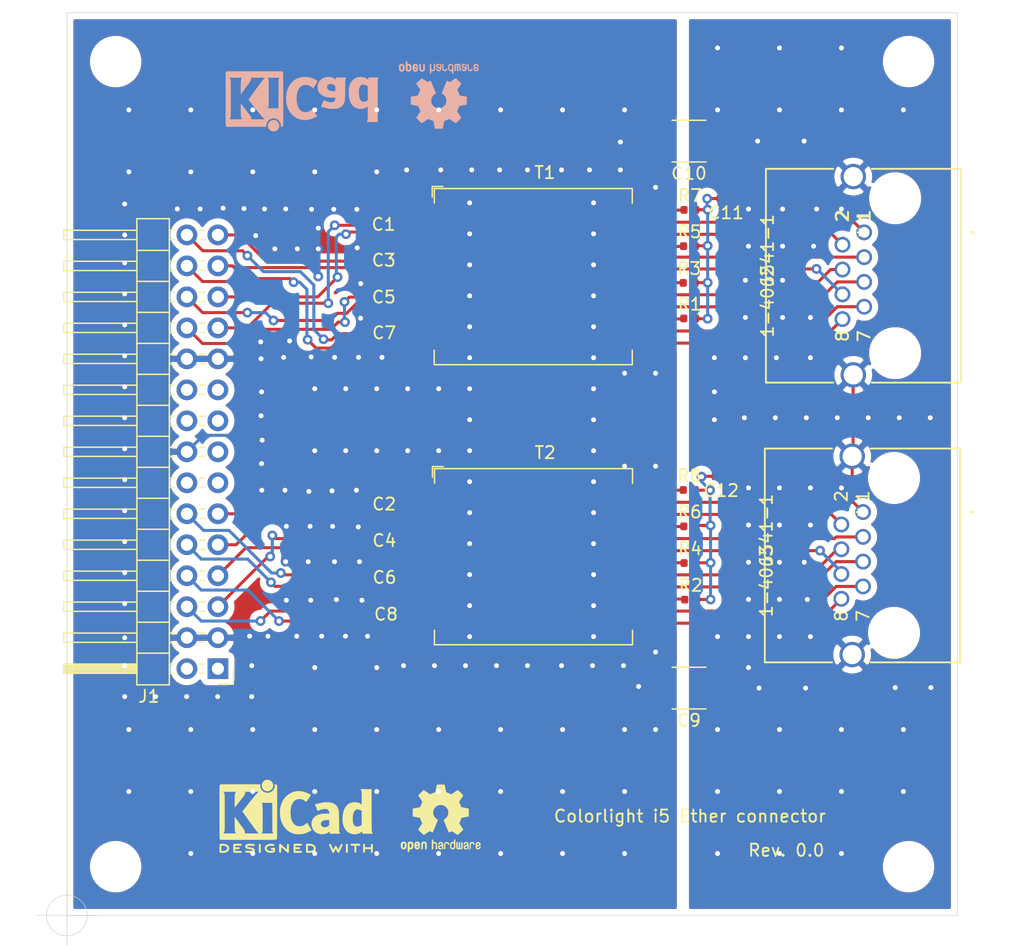
<source format=kicad_pcb>
(kicad_pcb (version 20171130) (host pcbnew 5.1.5+dfsg1-2build2)
  (layers (0 F.Cu signal) (31 B.Cu signal) (34 B.Paste user) (35 F.Paste user) (36 B.SilkS user) (37 F.SilkS user) (38 B.Mask user) (39 F.Mask user) (44 Edge.Cuts user))
  (net 0 "")
  (net 1 "Net-(C1-Pad1)")
  (net 2 GND)
  (net 3 "Net-(C2-Pad1)")
  (net 4 "Net-(C3-Pad1)")
  (net 5 "Net-(C4-Pad1)")
  (net 6 "Net-(C5-Pad1)")
  (net 7 "Net-(C6-Pad1)")
  (net 8 "Net-(C7-Pad1)")
  (net 9 "Net-(C8-Pad1)")
  (net 10 Earth)
  (net 11 "Net-(C11-Pad2)")
  (net 12 "Net-(C12-Pad2)")
  (net 13 "Net-(J1-Pad1)")
  (net 14 "Net-(J1-Pad2)")
  (net 15 "Net-(J1-Pad5)")
  (net 16 "Net-(J1-Pad6)")
  (net 17 "Net-(J1-Pad7)")
  (net 18 "Net-(J1-Pad8)")
  (net 19 "Net-(J1-Pad11)")
  (net 20 "Net-(J1-Pad12)")
  (net 21 "Net-(J1-Pad13)")
  (net 22 "Net-(J1-Pad14)")
  (net 23 "Net-(J1-Pad15)")
  (net 24 "Net-(J1-Pad17)")
  (net 25 "Net-(J1-Pad18)")
  (net 26 "Net-(J1-Pad19)")
  (net 27 "Net-(J1-Pad20)")
  (net 28 "Net-(J1-Pad23)")
  (net 29 "Net-(J1-Pad24)")
  (net 30 "Net-(J1-Pad25)")
  (net 31 "Net-(J1-Pad26)")
  (net 32 "Net-(J1-Pad29)")
  (net 33 "Net-(J1-Pad30)")
  (net 34 "Net-(J2-Pad8)")
  (net 35 "Net-(J2-Pad7)")
  (net 36 "Net-(J2-Pad6)")
  (net 37 "Net-(J2-Pad5)")
  (net 38 "Net-(J2-Pad4)")
  (net 39 "Net-(J2-Pad3)")
  (net 40 "Net-(J2-Pad2)")
  (net 41 "Net-(J2-Pad1)")
  (net 42 "Net-(J3-Pad1)")
  (net 43 "Net-(J3-Pad2)")
  (net 44 "Net-(J3-Pad3)")
  (net 45 "Net-(J3-Pad4)")
  (net 46 "Net-(J3-Pad5)")
  (net 47 "Net-(J3-Pad6)")
  (net 48 "Net-(J3-Pad7)")
  (net 49 "Net-(J3-Pad8)")
  (net 50 "Net-(R1-Pad1)")
  (net 51 "Net-(R2-Pad1)")
  (net 52 "Net-(R3-Pad1)")
  (net 53 "Net-(R4-Pad1)")
  (net 54 "Net-(R5-Pad1)")
  (net 55 "Net-(R6-Pad1)")
  (net 56 "Net-(R7-Pad1)")
  (net 57 "Net-(R8-Pad1)")
  (net 58 "Net-(J1-Pad9)")
  (net 59 "Net-(J1-Pad10)")
  (net 60 "Net-(J1-Pad27)")
  (net 61 "Net-(J1-Pad28)")
  (module Symbol:OSHW-Logo2_7.3x6mm_SilkScreen (layer B.Cu) (at 104.49 49.74)
    (fp_text reference REF** hide)
    (fp_text value OSHW-Logo2_7.3x6mm_SilkScreen hide)
  )
  (module Symbol:KiCad-Logo_5mm_SilkScreen (layer B.Cu) (at 93.29 49.74)
    (fp_text reference REF** hide)
    (fp_text value KiCad-Logo_5mm_SilkScreen hide)
  )
  (module Symbol:OSHW-Logo2_7.3x6mm_SilkScreen (layer F.Cu) (at 104.65 109.03)
    (fp_text reference REF** hide)
    (fp_text value OSHW-Logo2_7.3x6mm_SilkScreen hide)
  )
  (module Symbol:KiCad-Logo2_5mm_SilkScreen (layer F.Cu) (at 92.79 108.86)
    (fp_text reference REF** hide)
    (fp_text value KiCad-Logo2_5mm_SilkScreen hide)
  )
  (module MountingHole:MountingHole_3.2mm_M3 (layer F.Cu) (at 143 113)
    (fp_text reference REF**)
    (fp_text value MountingHole_3.2mm_M3)
    (pad 1 np_thru_hole circle (at 0 0) (size 3.2 3.2) (drill 3.2) (layers *.Cu *.Mask))
  )
  (module MountingHole:MountingHole_3.2mm_M3 (layer F.Cu) (at 78 113)
    (fp_text reference REF**)
    (fp_text value MountingHole_3.2mm_M3)
    (pad 1 np_thru_hole circle (at 0 0) (size 3.2 3.2) (drill 3.2) (layers *.Cu *.Mask))
  )
  (module MountingHole:MountingHole_3.2mm_M3 (layer F.Cu) (at 143 47)
    (fp_text reference REF**)
    (fp_text value MountingHole_3.2mm_M3)
    (pad 1 np_thru_hole circle (at 0 0) (size 3.2 3.2) (drill 3.2) (layers *.Cu *.Mask))
  )
  (module MountingHole:MountingHole_3.2mm_M3 (layer F.Cu) (at 78 47)
    (fp_text reference REF**)
    (fp_text value MountingHole_3.2mm_M3)
    (pad 1 np_thru_hole circle (at 0 0) (size 3.2 3.2) (drill 3.2) (layers *.Cu *.Mask))
  )
  (module MJ406541:1-406541-1 (layer F.Cu) (at 139.27 83.93 270)
    (fp_text reference J3 (at 3.556 7.9248 90) (layer F.SilkS))
    (fp_text value 1-406541-1 (at 3.556 7.9248 90) (layer F.SilkS))
    (fp_text user 8 (at 8.509 1.778 90) (layer F.SilkS))
    (fp_text user 7 (at 8.509 0 90) (layer F.SilkS))
    (fp_text user 2 (at -1.297 1.778 90) (layer F.SilkS))
    (fp_text user 1 (at -1.297 0 90) (layer F.SilkS))
    (fp_text user * (at 0 0 90) (layer F.SilkS))
    (pad 9 thru_hole circle (at -4.572 0.889 270) (size 2.0828 2.0828) (drill 1.5748) (layers *.Cu *.Mask) (net 10 Earth))
    (pad 10 thru_hole circle (at 11.684 0.889 270) (size 2.0828 2.0828) (drill 1.5748) (layers *.Cu *.Mask) (net 10 Earth))
    (pad 12 np_thru_hole circle (at 9.906 -2.54 270) (size 3.2512 3.2512) (drill 3.2512) (layers *.Cu *.Mask))
    (pad 11 np_thru_hole circle (at -2.794 -2.54 270) (size 3.2512 3.2512) (drill 3.2512) (layers *.Cu *.Mask))
    (pad 8 thru_hole circle (at 7.112 1.778 270) (size 1.297 1.297) (drill 0.889) (layers *.Cu *.Mask) (net 49 "Net-(J3-Pad8)"))
    (pad 7 thru_hole circle (at 6.096 0 270) (size 1.297 1.297) (drill 0.889) (layers *.Cu *.Mask) (net 48 "Net-(J3-Pad7)"))
    (pad 6 thru_hole circle (at 5.08 1.778 270) (size 1.297 1.297) (drill 0.889) (layers *.Cu *.Mask) (net 47 "Net-(J3-Pad6)"))
    (pad 5 thru_hole circle (at 4.064 0 270) (size 1.297 1.297) (drill 0.889) (layers *.Cu *.Mask) (net 46 "Net-(J3-Pad5)"))
    (pad 4 thru_hole circle (at 3.048 1.778 270) (size 1.297 1.297) (drill 0.889) (layers *.Cu *.Mask) (net 45 "Net-(J3-Pad4)"))
    (pad 3 thru_hole circle (at 2.032 0 270) (size 1.297 1.297) (drill 0.889) (layers *.Cu *.Mask) (net 44 "Net-(J3-Pad3)"))
    (pad 2 thru_hole circle (at 1.016 1.778 270) (size 1.297 1.297) (drill 0.889) (layers *.Cu *.Mask) (net 43 "Net-(J3-Pad2)"))
    (pad 1 thru_hole circle (at 0 0 270) (size 1.297 1.297) (drill 0.889) (layers *.Cu *.Mask) (net 42 "Net-(J3-Pad1)"))
  )
  (module MJ406541:1-406541-1 (layer F.Cu) (at 139.36 61 270)
    (fp_text reference J2 (at 3.556 7.9248 90) (layer F.SilkS))
    (fp_text value 1-406541-1 (at 3.556 7.9248 90) (layer F.SilkS))
    (fp_text user 8 (at 8.509 1.778 90) (layer F.SilkS))
    (fp_text user 7 (at 8.509 0 90) (layer F.SilkS))
    (fp_text user 2 (at -1.397 1.778 90) (layer F.SilkS))
    (fp_text user 1 (at -1.397 0 90) (layer F.SilkS))
    (fp_text user 8 (at 8.509 1.778 90) (layer F.SilkS))
    (fp_text user 7 (at 8.509 0 90) (layer F.SilkS))
    (fp_text user 2 (at -1.297 1.778 90) (layer F.SilkS))
    (fp_text user 1 (at -1.297 0 90) (layer F.SilkS))
    (fp_text user * (at 0 0 90) (layer F.SilkS))
    (fp_text user * (at 0 0 90) (layer F.SilkS))
    (pad 9 thru_hole circle (at -4.572 0.889 270) (size 2.0828 2.0828) (drill 1.5748) (layers *.Cu *.Mask) (net 10 Earth))
    (pad 10 thru_hole circle (at 11.684 0.889 270) (size 2.0828 2.0828) (drill 1.5748) (layers *.Cu *.Mask) (net 10 Earth))
    (pad 12 np_thru_hole circle (at 9.906 -2.54 270) (size 3.2512 3.2512) (drill 3.2512) (layers *.Cu *.Mask))
    (pad 11 np_thru_hole circle (at -2.794 -2.54 270) (size 3.2512 3.2512) (drill 3.2512) (layers *.Cu *.Mask))
    (pad 8 thru_hole circle (at 7.112 1.778 270) (size 1.297 1.297) (drill 0.889) (layers *.Cu *.Mask) (net 34 "Net-(J2-Pad8)"))
    (pad 7 thru_hole circle (at 6.096 0 270) (size 1.297 1.297) (drill 0.889) (layers *.Cu *.Mask) (net 35 "Net-(J2-Pad7)"))
    (pad 6 thru_hole circle (at 5.08 1.778 270) (size 1.297 1.297) (drill 0.889) (layers *.Cu *.Mask) (net 36 "Net-(J2-Pad6)"))
    (pad 5 thru_hole circle (at 4.064 0 270) (size 1.297 1.297) (drill 0.889) (layers *.Cu *.Mask) (net 37 "Net-(J2-Pad5)"))
    (pad 4 thru_hole circle (at 3.048 1.778 270) (size 1.297 1.297) (drill 0.889) (layers *.Cu *.Mask) (net 38 "Net-(J2-Pad4)"))
    (pad 3 thru_hole circle (at 2.032 0 270) (size 1.297 1.297) (drill 0.889) (layers *.Cu *.Mask) (net 39 "Net-(J2-Pad3)"))
    (pad 2 thru_hole circle (at 1.016 1.778 270) (size 1.297 1.297) (drill 0.889) (layers *.Cu *.Mask) (net 40 "Net-(J2-Pad2)"))
    (pad 1 thru_hole circle (at 0 0 270) (size 1.297 1.297) (drill 0.889) (layers *.Cu *.Mask) (net 41 "Net-(J2-Pad1)"))
  )
  (module Capacitor_SMD:C_0402_1005Metric (layer F.Cu) (at 99.96 59.18 180)
    (fp_text reference C1 (at 0 -1.17) (layer F.SilkS))
    (fp_text value 0.1u)
    (pad 1 smd roundrect (at -0.485 0 180) (size 0.59 0.64) (layers F.Cu F.Paste F.Mask) (net 1 "Net-(C1-Pad1)"))
    (pad 2 smd roundrect (at 0.485 0 180) (size 0.59 0.64) (layers F.Cu F.Paste F.Mask) (net 2 GND))
  )
  (module Capacitor_SMD:C_0402_1005Metric (layer F.Cu) (at 100.01 82.11 180)
    (fp_text reference C2 (at 0 -1.17) (layer F.SilkS))
    (fp_text value 0.1u)
    (pad 2 smd roundrect (at 0.485 0 180) (size 0.59 0.64) (layers F.Cu F.Paste F.Mask) (net 2 GND))
    (pad 1 smd roundrect (at -0.485 0 180) (size 0.59 0.64) (layers F.Cu F.Paste F.Mask) (net 3 "Net-(C2-Pad1)"))
  )
  (module Capacitor_SMD:C_0402_1005Metric (layer F.Cu) (at 99.98 62.12 180)
    (fp_text reference C3 (at 0 -1.17) (layer F.SilkS))
    (fp_text value 0.1u)
    (pad 2 smd roundrect (at 0.485 0 180) (size 0.59 0.64) (layers F.Cu F.Paste F.Mask) (net 2 GND))
    (pad 1 smd roundrect (at -0.485 0 180) (size 0.59 0.64) (layers F.Cu F.Paste F.Mask) (net 4 "Net-(C3-Pad1)"))
  )
  (module Capacitor_SMD:C_0402_1005Metric (layer F.Cu) (at 100.025 85.1 180)
    (fp_text reference C4 (at 0 -1.17) (layer F.SilkS))
    (fp_text value 0.1u)
    (pad 1 smd roundrect (at -0.485 0 180) (size 0.59 0.64) (layers F.Cu F.Paste F.Mask) (net 5 "Net-(C4-Pad1)"))
    (pad 2 smd roundrect (at 0.485 0 180) (size 0.59 0.64) (layers F.Cu F.Paste F.Mask) (net 2 GND))
  )
  (module Capacitor_SMD:C_0402_1005Metric (layer F.Cu) (at 99.98 65.14 180)
    (fp_text reference C5 (at 0 -1.17) (layer F.SilkS))
    (fp_text value 0.1u)
    (pad 1 smd roundrect (at -0.485 0 180) (size 0.59 0.64) (layers F.Cu F.Paste F.Mask) (net 6 "Net-(C5-Pad1)"))
    (pad 2 smd roundrect (at 0.485 0 180) (size 0.59 0.64) (layers F.Cu F.Paste F.Mask) (net 2 GND))
  )
  (module Capacitor_SMD:C_0402_1005Metric (layer F.Cu) (at 100.04 88.12 180)
    (fp_text reference C6 (at 0 -1.17) (layer F.SilkS))
    (fp_text value 0.1u)
    (pad 2 smd roundrect (at 0.485 0 180) (size 0.59 0.64) (layers F.Cu F.Paste F.Mask) (net 2 GND))
    (pad 1 smd roundrect (at -0.485 0 180) (size 0.59 0.64) (layers F.Cu F.Paste F.Mask) (net 7 "Net-(C6-Pad1)"))
  )
  (module Capacitor_SMD:C_0402_1005Metric (layer F.Cu) (at 100.01 68.07 180)
    (fp_text reference C7 (at 0 -1.17) (layer F.SilkS))
    (fp_text value 0.1u)
    (pad 1 smd roundrect (at -0.485 0 180) (size 0.59 0.64) (layers F.Cu F.Paste F.Mask) (net 8 "Net-(C7-Pad1)"))
    (pad 2 smd roundrect (at 0.485 0 180) (size 0.59 0.64) (layers F.Cu F.Paste F.Mask) (net 2 GND))
  )
  (module Capacitor_SMD:C_0402_1005Metric (layer F.Cu) (at 100.16 91.14 180)
    (fp_text reference C8 (at 0 -1.17) (layer F.SilkS))
    (fp_text value 0.1u)
    (pad 1 smd roundrect (at -0.485 0 180) (size 0.59 0.64) (layers F.Cu F.Paste F.Mask) (net 9 "Net-(C8-Pad1)"))
    (pad 2 smd roundrect (at 0.485 0 180) (size 0.59 0.64) (layers F.Cu F.Paste F.Mask) (net 2 GND))
  )
  (module Resistor_SMD:R_1812_4532Metric (layer F.Cu) (at 125 98.36 180)
    (fp_text reference C9 (at 0 -2.65) (layer F.SilkS))
    (fp_text value 4700p)
    (pad 2 smd roundrect (at 2.1375 0 180) (size 1.125 3.4) (layers F.Cu F.Paste F.Mask) (roundrect_rratio 0.222222) (net 2 GND))
    (pad 1 smd roundrect (at -2.1375 0 180) (size 1.125 3.4) (layers F.Cu F.Paste F.Mask) (roundrect_rratio 0.222222) (net 10 Earth))
  )
  (module Resistor_SMD:R_1812_4532Metric (layer F.Cu) (at 125 53.52 180)
    (fp_text reference C10 (at 0 -2.65) (layer F.SilkS))
    (fp_text value 4700p)
    (pad 1 smd roundrect (at -2.1375 0 180) (size 1.125 3.4) (layers F.Cu F.Paste F.Mask) (roundrect_rratio 0.222222) (net 10 Earth))
    (pad 2 smd roundrect (at 2.1375 0 180) (size 1.125 3.4) (layers F.Cu F.Paste F.Mask) (roundrect_rratio 0.222222) (net 2 GND))
  )
  (module Capacitor_SMD:C_0402_1005Metric (layer F.Cu) (at 128.04 58.23 180)
    (fp_text reference C11 (at 0 -1.17) (layer F.SilkS))
    (fp_text value 1000p)
    (pad 2 smd roundrect (at 0.485 0 180) (size 0.59 0.64) (layers F.Cu F.Paste F.Mask) (net 11 "Net-(C11-Pad2)"))
    (pad 1 smd roundrect (at -0.485 0 180) (size 0.59 0.64) (layers F.Cu F.Paste F.Mask) (net 10 Earth))
  )
  (module Capacitor_SMD:C_0402_1005Metric (layer F.Cu) (at 127.64 81 180)
    (fp_text reference C12 (at 0 -1.17) (layer F.SilkS))
    (fp_text value 1000p)
    (pad 2 smd roundrect (at 0.485 0 180) (size 0.59 0.64) (layers F.Cu F.Paste F.Mask) (net 12 "Net-(C12-Pad2)"))
    (pad 1 smd roundrect (at -0.485 0 180) (size 0.59 0.64) (layers F.Cu F.Paste F.Mask) (net 10 Earth))
  )
  (module Connector_PinHeader_2.54mm:PinHeader_2x15_P2.54mm_Horizontal (layer F.Cu) (at 86.38 96.77 180)
    (fp_text reference J1 (at 5.655 -2.27) (layer F.SilkS))
    (fp_text value Conn_02x15_Odd_Even)
    (pad 1 thru_hole rect (at 0 0 180) (size 1.7 1.7) (drill 1) (layers *.Cu *.Mask) (net 13 "Net-(J1-Pad1)"))
    (pad 2 thru_hole oval (at 2.54 0 180) (size 1.7 1.7) (drill 1) (layers *.Cu *.Mask) (net 14 "Net-(J1-Pad2)"))
    (pad 3 thru_hole oval (at 0 2.54 180) (size 1.7 1.7) (drill 1) (layers *.Cu *.Mask) (net 2 GND))
    (pad 4 thru_hole oval (at 2.54 2.54 180) (size 1.7 1.7) (drill 1) (layers *.Cu *.Mask) (net 2 GND))
    (pad 5 thru_hole oval (at 0 5.08 180) (size 1.7 1.7) (drill 1) (layers *.Cu *.Mask) (net 15 "Net-(J1-Pad5)"))
    (pad 6 thru_hole oval (at 2.54 5.08 180) (size 1.7 1.7) (drill 1) (layers *.Cu *.Mask) (net 16 "Net-(J1-Pad6)"))
    (pad 7 thru_hole oval (at 0 7.62 180) (size 1.7 1.7) (drill 1) (layers *.Cu *.Mask) (net 17 "Net-(J1-Pad7)"))
    (pad 8 thru_hole oval (at 2.54 7.62 180) (size 1.7 1.7) (drill 1) (layers *.Cu *.Mask) (net 18 "Net-(J1-Pad8)"))
    (pad 9 thru_hole oval (at 0 10.16 180) (size 1.7 1.7) (drill 1) (layers *.Cu *.Mask) (net 58 "Net-(J1-Pad9)"))
    (pad 10 thru_hole oval (at 2.54 10.16 180) (size 1.7 1.7) (drill 1) (layers *.Cu *.Mask) (net 59 "Net-(J1-Pad10)"))
    (pad 11 thru_hole oval (at 0 12.7 180) (size 1.7 1.7) (drill 1) (layers *.Cu *.Mask) (net 19 "Net-(J1-Pad11)"))
    (pad 12 thru_hole oval (at 2.54 12.7 180) (size 1.7 1.7) (drill 1) (layers *.Cu *.Mask) (net 20 "Net-(J1-Pad12)"))
    (pad 13 thru_hole oval (at 0 15.24 180) (size 1.7 1.7) (drill 1) (layers *.Cu *.Mask) (net 21 "Net-(J1-Pad13)"))
    (pad 14 thru_hole oval (at 2.54 15.24 180) (size 1.7 1.7) (drill 1) (layers *.Cu *.Mask) (net 22 "Net-(J1-Pad14)"))
    (pad 15 thru_hole oval (at 0 17.78 180) (size 1.7 1.7) (drill 1) (layers *.Cu *.Mask) (net 23 "Net-(J1-Pad15)"))
    (pad 16 thru_hole oval (at 2.54 17.78 180) (size 1.7 1.7) (drill 1) (layers *.Cu *.Mask) (net 2 GND))
    (pad 17 thru_hole oval (at 0 20.32 180) (size 1.7 1.7) (drill 1) (layers *.Cu *.Mask) (net 24 "Net-(J1-Pad17)"))
    (pad 18 thru_hole oval (at 2.54 20.32 180) (size 1.7 1.7) (drill 1) (layers *.Cu *.Mask) (net 25 "Net-(J1-Pad18)"))
    (pad 19 thru_hole oval (at 0 22.86 180) (size 1.7 1.7) (drill 1) (layers *.Cu *.Mask) (net 26 "Net-(J1-Pad19)"))
    (pad 20 thru_hole oval (at 2.54 22.86 180) (size 1.7 1.7) (drill 1) (layers *.Cu *.Mask) (net 27 "Net-(J1-Pad20)"))
    (pad 21 thru_hole oval (at 0 25.4 180) (size 1.7 1.7) (drill 1) (layers *.Cu *.Mask) (net 2 GND))
    (pad 22 thru_hole oval (at 2.54 25.4 180) (size 1.7 1.7) (drill 1) (layers *.Cu *.Mask) (net 2 GND))
    (pad 23 thru_hole oval (at 0 27.94 180) (size 1.7 1.7) (drill 1) (layers *.Cu *.Mask) (net 28 "Net-(J1-Pad23)"))
    (pad 24 thru_hole oval (at 2.54 27.94 180) (size 1.7 1.7) (drill 1) (layers *.Cu *.Mask) (net 29 "Net-(J1-Pad24)"))
    (pad 25 thru_hole oval (at 0 30.48 180) (size 1.7 1.7) (drill 1) (layers *.Cu *.Mask) (net 30 "Net-(J1-Pad25)"))
    (pad 26 thru_hole oval (at 2.54 30.48 180) (size 1.7 1.7) (drill 1) (layers *.Cu *.Mask) (net 31 "Net-(J1-Pad26)"))
    (pad 27 thru_hole oval (at 0 33.02 180) (size 1.7 1.7) (drill 1) (layers *.Cu *.Mask) (net 60 "Net-(J1-Pad27)"))
    (pad 28 thru_hole oval (at 2.54 33.02 180) (size 1.7 1.7) (drill 1) (layers *.Cu *.Mask) (net 61 "Net-(J1-Pad28)"))
    (pad 29 thru_hole oval (at 0 35.56 180) (size 1.7 1.7) (drill 1) (layers *.Cu *.Mask) (net 32 "Net-(J1-Pad29)"))
    (pad 30 thru_hole oval (at 2.54 35.56 180) (size 1.7 1.7) (drill 1) (layers *.Cu *.Mask) (net 33 "Net-(J1-Pad30)"))
  )
  (module Resistor_SMD:R_0402_1005Metric (layer F.Cu) (at 125.06 68.06)
    (fp_text reference R1 (at 0 -1.17) (layer F.SilkS))
    (fp_text value 75)
    (pad 2 smd roundrect (at 0.485 0) (size 0.59 0.64) (layers F.Cu F.Paste F.Mask) (net 11 "Net-(C11-Pad2)"))
    (pad 1 smd roundrect (at -0.485 0) (size 0.59 0.64) (layers F.Cu F.Paste F.Mask) (net 50 "Net-(R1-Pad1)"))
  )
  (module Resistor_SMD:R_0402_1005Metric (layer F.Cu) (at 125.14 91.11)
    (fp_text reference R2 (at 0 -1.17) (layer F.SilkS))
    (fp_text value 75)
    (pad 2 smd roundrect (at 0.485 0) (size 0.59 0.64) (layers F.Cu F.Paste F.Mask) (net 12 "Net-(C12-Pad2)"))
    (pad 1 smd roundrect (at -0.485 0) (size 0.59 0.64) (layers F.Cu F.Paste F.Mask) (net 51 "Net-(R2-Pad1)"))
  )
  (module Resistor_SMD:R_0402_1005Metric (layer F.Cu) (at 125.015 65.14)
    (fp_text reference R3 (at 0 -1.17) (layer F.SilkS))
    (fp_text value 75)
    (pad 1 smd roundrect (at -0.485 0) (size 0.59 0.64) (layers F.Cu F.Paste F.Mask) (net 52 "Net-(R3-Pad1)"))
    (pad 2 smd roundrect (at 0.485 0) (size 0.59 0.64) (layers F.Cu F.Paste F.Mask) (net 11 "Net-(C11-Pad2)"))
  )
  (module Resistor_SMD:R_0402_1005Metric (layer F.Cu) (at 125.085 88.11)
    (fp_text reference R4 (at 0 -1.17) (layer F.SilkS))
    (fp_text value 75)
    (pad 1 smd roundrect (at -0.485 0) (size 0.59 0.64) (layers F.Cu F.Paste F.Mask) (net 53 "Net-(R4-Pad1)"))
    (pad 2 smd roundrect (at 0.485 0) (size 0.59 0.64) (layers F.Cu F.Paste F.Mask) (net 12 "Net-(C12-Pad2)"))
  )
  (module Resistor_SMD:R_0402_1005Metric (layer F.Cu) (at 125.04 62.13)
    (fp_text reference R5 (at 0 -1.17) (layer F.SilkS))
    (fp_text value 75)
    (pad 2 smd roundrect (at 0.485 0) (size 0.59 0.64) (layers F.Cu F.Paste F.Mask) (net 11 "Net-(C11-Pad2)"))
    (pad 1 smd roundrect (at -0.485 0) (size 0.59 0.64) (layers F.Cu F.Paste F.Mask) (net 54 "Net-(R5-Pad1)"))
  )
  (module Resistor_SMD:R_0402_1005Metric (layer F.Cu) (at 125.06 85.1)
    (fp_text reference R6 (at 0 -1.17) (layer F.SilkS))
    (fp_text value 75)
    (pad 2 smd roundrect (at 0.485 0) (size 0.59 0.64) (layers F.Cu F.Paste F.Mask) (net 12 "Net-(C12-Pad2)"))
    (pad 1 smd roundrect (at -0.485 0) (size 0.59 0.64) (layers F.Cu F.Paste F.Mask) (net 55 "Net-(R6-Pad1)"))
  )
  (module Resistor_SMD:R_0402_1005Metric (layer F.Cu) (at 125.08 59.16)
    (fp_text reference R7 (at 0 -1.17) (layer F.SilkS))
    (fp_text value 75)
    (pad 1 smd roundrect (at -0.485 0) (size 0.59 0.64) (layers F.Cu F.Paste F.Mask) (net 56 "Net-(R7-Pad1)"))
    (pad 2 smd roundrect (at 0.485 0) (size 0.59 0.64) (layers F.Cu F.Paste F.Mask) (net 11 "Net-(C11-Pad2)"))
  )
  (module Resistor_SMD:R_0402_1005Metric (layer F.Cu) (at 125.02 82.12)
    (fp_text reference R8 (at 0 -1.17) (layer F.SilkS))
    (fp_text value 75)
    (pad 1 smd roundrect (at -0.485 0) (size 0.59 0.64) (layers F.Cu F.Paste F.Mask) (net 57 "Net-(R8-Pad1)"))
    (pad 2 smd roundrect (at 0.485 0) (size 0.59 0.64) (layers F.Cu F.Paste F.Mask) (net 12 "Net-(C12-Pad2)"))
  )
  (module HX5008:HX5008NL (layer F.Cu) (at 108.03 64.63)
    (fp_text reference T1 (at 5.16 -8.53) (layer F.SilkS))
    (fp_text value HX5008)
    (pad 1 smd rect (at -4.699 -5.4483 270) (size 0.64 2.03) (layers F.Cu F.Paste F.Mask) (net 1 "Net-(C1-Pad1)"))
    (pad 4 smd rect (at -4.699 -2.4765 270) (size 0.64 2.03) (layers F.Cu F.Paste F.Mask) (net 4 "Net-(C3-Pad1)"))
    (pad 7 smd rect (at -4.699 0.4953 270) (size 0.64 2.03) (layers F.Cu F.Paste F.Mask) (net 6 "Net-(C5-Pad1)"))
    (pad 10 smd rect (at -4.699 3.4671 270) (size 0.64 2.03) (layers F.Cu F.Paste F.Mask) (net 8 "Net-(C7-Pad1)"))
    (pad 15 smd rect (at 13.099 3.4671 270) (size 0.64 2.03) (layers F.Cu F.Paste F.Mask) (net 50 "Net-(R1-Pad1)"))
    (pad 18 smd rect (at 13.099 0.4953 270) (size 0.64 2.03) (layers F.Cu F.Paste F.Mask) (net 52 "Net-(R3-Pad1)"))
    (pad 21 smd rect (at 13.099 -2.4765 270) (size 0.64 2.03) (layers F.Cu F.Paste F.Mask) (net 54 "Net-(R5-Pad1)"))
    (pad 24 smd rect (at 13.099 -5.4483 270) (size 0.64 2.03) (layers F.Cu F.Paste F.Mask) (net 56 "Net-(R7-Pad1)"))
    (pad 22 smd rect (at 13.099 -3.4671 270) (size 0.64 2.03) (layers F.Cu F.Paste F.Mask) (net 40 "Net-(J2-Pad2)"))
    (pad 23 smd rect (at 13.099 -4.4577 270) (size 0.64 2.03) (layers F.Cu F.Paste F.Mask) (net 41 "Net-(J2-Pad1)"))
    (pad 19 smd rect (at 13.099 -0.4953 270) (size 0.64 2.03) (layers F.Cu F.Paste F.Mask) (net 36 "Net-(J2-Pad6)"))
    (pad 20 smd rect (at 13.099 -1.4859 270) (size 0.64 2.03) (layers F.Cu F.Paste F.Mask) (net 39 "Net-(J2-Pad3)"))
    (pad 16 smd rect (at 13.099 2.4765 270) (size 0.64 2.03) (layers F.Cu F.Paste F.Mask) (net 37 "Net-(J2-Pad5)"))
    (pad 17 smd rect (at 13.099 1.4859 270) (size 0.64 2.03) (layers F.Cu F.Paste F.Mask) (net 38 "Net-(J2-Pad4)"))
    (pad 13 smd rect (at 13.099 5.4483 270) (size 0.64 2.03) (layers F.Cu F.Paste F.Mask) (net 34 "Net-(J2-Pad8)"))
    (pad 14 smd rect (at 13.099 4.4577 270) (size 0.64 2.03) (layers F.Cu F.Paste F.Mask) (net 35 "Net-(J2-Pad7)"))
    (pad 3 smd rect (at -4.699 -3.4671 270) (size 0.64 2.03) (layers F.Cu F.Paste F.Mask) (net 30 "Net-(J1-Pad25)"))
    (pad 2 smd rect (at -4.699 -4.4577 270) (size 0.64 2.03) (layers F.Cu F.Paste F.Mask) (net 28 "Net-(J1-Pad23)"))
    (pad 6 smd rect (at -4.699 -0.4953 270) (size 0.64 2.03) (layers F.Cu F.Paste F.Mask) (net 60 "Net-(J1-Pad27)"))
    (pad 5 smd rect (at -4.699 -1.4859 270) (size 0.64 2.03) (layers F.Cu F.Paste F.Mask) (net 32 "Net-(J1-Pad29)"))
    (pad 9 smd rect (at -4.699 2.4765 270) (size 0.64 2.03) (layers F.Cu F.Paste F.Mask) (net 31 "Net-(J1-Pad26)"))
    (pad 8 smd rect (at -4.699 1.4859 270) (size 0.64 2.03) (layers F.Cu F.Paste F.Mask) (net 29 "Net-(J1-Pad24)"))
    (pad 12 smd rect (at -4.699 5.4483 270) (size 0.64 2.03) (layers F.Cu F.Paste F.Mask) (net 61 "Net-(J1-Pad28)"))
    (pad 11 smd rect (at -4.699 4.4577 270) (size 0.64 2.03) (layers F.Cu F.Paste F.Mask) (net 33 "Net-(J1-Pad30)"))
  )
  (module HX5008:HX5008NL (layer F.Cu) (at 108.05 87.59)
    (fp_text reference T2 (at 5.16 -8.53) (layer F.SilkS))
    (fp_text value HX5008)
    (pad 11 smd rect (at -4.699 4.4577 270) (size 0.64 2.03) (layers F.Cu F.Paste F.Mask) (net 16 "Net-(J1-Pad6)"))
    (pad 12 smd rect (at -4.699 5.4483 270) (size 0.64 2.03) (layers F.Cu F.Paste F.Mask) (net 18 "Net-(J1-Pad8)"))
    (pad 8 smd rect (at -4.699 1.4859 270) (size 0.64 2.03) (layers F.Cu F.Paste F.Mask) (net 20 "Net-(J1-Pad12)"))
    (pad 9 smd rect (at -4.699 2.4765 270) (size 0.64 2.03) (layers F.Cu F.Paste F.Mask) (net 59 "Net-(J1-Pad10)"))
    (pad 5 smd rect (at -4.699 -1.4859 270) (size 0.64 2.03) (layers F.Cu F.Paste F.Mask) (net 15 "Net-(J1-Pad5)"))
    (pad 6 smd rect (at -4.699 -0.4953 270) (size 0.64 2.03) (layers F.Cu F.Paste F.Mask) (net 17 "Net-(J1-Pad7)"))
    (pad 2 smd rect (at -4.699 -4.4577 270) (size 0.64 2.03) (layers F.Cu F.Paste F.Mask) (net 19 "Net-(J1-Pad11)"))
    (pad 3 smd rect (at -4.699 -3.4671 270) (size 0.64 2.03) (layers F.Cu F.Paste F.Mask) (net 58 "Net-(J1-Pad9)"))
    (pad 14 smd rect (at 13.099 4.4577 270) (size 0.64 2.03) (layers F.Cu F.Paste F.Mask) (net 48 "Net-(J3-Pad7)"))
    (pad 13 smd rect (at 13.099 5.4483 270) (size 0.64 2.03) (layers F.Cu F.Paste F.Mask) (net 49 "Net-(J3-Pad8)"))
    (pad 17 smd rect (at 13.099 1.4859 270) (size 0.64 2.03) (layers F.Cu F.Paste F.Mask) (net 45 "Net-(J3-Pad4)"))
    (pad 16 smd rect (at 13.099 2.4765 270) (size 0.64 2.03) (layers F.Cu F.Paste F.Mask) (net 46 "Net-(J3-Pad5)"))
    (pad 20 smd rect (at 13.099 -1.4859 270) (size 0.64 2.03) (layers F.Cu F.Paste F.Mask) (net 44 "Net-(J3-Pad3)"))
    (pad 19 smd rect (at 13.099 -0.4953 270) (size 0.64 2.03) (layers F.Cu F.Paste F.Mask) (net 47 "Net-(J3-Pad6)"))
    (pad 23 smd rect (at 13.099 -4.4577 270) (size 0.64 2.03) (layers F.Cu F.Paste F.Mask) (net 42 "Net-(J3-Pad1)"))
    (pad 22 smd rect (at 13.099 -3.4671 270) (size 0.64 2.03) (layers F.Cu F.Paste F.Mask) (net 43 "Net-(J3-Pad2)"))
    (pad 24 smd rect (at 13.099 -5.4483 270) (size 0.64 2.03) (layers F.Cu F.Paste F.Mask) (net 57 "Net-(R8-Pad1)"))
    (pad 21 smd rect (at 13.099 -2.4765 270) (size 0.64 2.03) (layers F.Cu F.Paste F.Mask) (net 55 "Net-(R6-Pad1)"))
    (pad 18 smd rect (at 13.099 0.4953 270) (size 0.64 2.03) (layers F.Cu F.Paste F.Mask) (net 53 "Net-(R4-Pad1)"))
    (pad 15 smd rect (at 13.099 3.4671 270) (size 0.64 2.03) (layers F.Cu F.Paste F.Mask) (net 51 "Net-(R2-Pad1)"))
    (pad 10 smd rect (at -4.699 3.4671 270) (size 0.64 2.03) (layers F.Cu F.Paste F.Mask) (net 9 "Net-(C8-Pad1)"))
    (pad 7 smd rect (at -4.699 0.4953 270) (size 0.64 2.03) (layers F.Cu F.Paste F.Mask) (net 7 "Net-(C6-Pad1)"))
    (pad 4 smd rect (at -4.699 -2.4765 270) (size 0.64 2.03) (layers F.Cu F.Paste F.Mask) (net 5 "Net-(C4-Pad1)"))
    (pad 1 smd rect (at -4.699 -5.4483 270) (size 0.64 2.03) (layers F.Cu F.Paste F.Mask) (net 3 "Net-(C2-Pad1)"))
  )
  (gr_text "Rev. 0.0" (at 132.98 111.66) (layer F.SilkS) (effects (font (size 1 1))))
  (gr_text "Colorlight i5 Ether connector" (at 125.07 108.86) (layer F.SilkS) (effects (font (size 1 1))))
  (target plus (at 74 117) (size 5) (width 0.05) (layer Edge.Cuts))
  (gr_line (start 147 117) (end 74 117) (layer Edge.Cuts) (width 0.05))
  (gr_line (start 147 43) (end 147 117) (layer Edge.Cuts) (width 0.05))
  (gr_line (start 74 43) (end 147 43) (layer Edge.Cuts) (width 0.05))
  (gr_line (start 74 117) (end 74 43) (layer Edge.Cuts) (width 0.05))
  (segment (start 103.3293 59.18) (end 103.331 59.1817) (width 0.25) (layer F.Cu) (net 1))
  (segment (start 100.445 59.18) (end 103.3293 59.18) (width 0.25) (layer F.Cu) (net 1))
  (segment (start 83.84 71.37) (end 86.38 71.37) (width 0.25) (layer F.Cu) (net 2))
  (via (at 91.77 71.25) (size 0.8) (drill 0.4) (layers F.Cu B.Cu) (net 2))
  (via (at 94.03 71.21) (size 0.8) (drill 0.4) (layers F.Cu B.Cu) (net 2))
  (segment (start 93.99 71.25) (end 94.03 71.21) (width 0.25) (layer F.Cu) (net 2))
  (segment (start 91.77 71.25) (end 93.99 71.25) (width 0.25) (layer F.Cu) (net 2))
  (via (at 95.95 71.25) (size 0.8) (drill 0.4) (layers F.Cu B.Cu) (net 2))
  (segment (start 95.91 71.21) (end 95.95 71.25) (width 0.25) (layer B.Cu) (net 2))
  (segment (start 94.03 71.21) (end 95.91 71.21) (width 0.25) (layer B.Cu) (net 2))
  (via (at 97.91 71.25) (size 0.8) (drill 0.4) (layers F.Cu B.Cu) (net 2))
  (segment (start 95.95 71.25) (end 97.91 71.25) (width 0.25) (layer F.Cu) (net 2))
  (segment (start 97.91 71.25) (end 99.83 71.25) (width 0.25) (layer B.Cu) (net 2))
  (via (at 99.83 71.25) (size 0.8) (drill 0.4) (layers F.Cu B.Cu) (net 2))
  (via (at 98.08 68.04) (size 0.8) (drill 0.4) (layers F.Cu B.Cu) (net 2))
  (segment (start 99.83 69.79) (end 98.08 68.04) (width 0.25) (layer B.Cu) (net 2))
  (segment (start 99.83 71.25) (end 99.83 69.79) (width 0.25) (layer B.Cu) (net 2))
  (segment (start 99.495 68.04) (end 99.525 68.07) (width 0.25) (layer F.Cu) (net 2))
  (segment (start 98.08 68.04) (end 99.495 68.04) (width 0.25) (layer F.Cu) (net 2))
  (via (at 98.09 65.2) (size 0.8) (drill 0.4) (layers F.Cu B.Cu) (net 2))
  (segment (start 98.08 65.21) (end 98.09 65.2) (width 0.25) (layer B.Cu) (net 2))
  (segment (start 98.08 68.04) (end 98.08 65.21) (width 0.25) (layer B.Cu) (net 2))
  (segment (start 99.435 65.2) (end 99.495 65.14) (width 0.25) (layer F.Cu) (net 2))
  (segment (start 98.09 65.2) (end 99.435 65.2) (width 0.25) (layer F.Cu) (net 2))
  (via (at 97.8 62.27) (size 0.8) (drill 0.4) (layers F.Cu B.Cu) (net 2))
  (via (at 97.77 59.11) (size 0.8) (drill 0.4) (layers F.Cu B.Cu) (net 2))
  (segment (start 97.8 59.14) (end 97.77 59.11) (width 0.25) (layer B.Cu) (net 2))
  (segment (start 97.8 62.27) (end 97.8 59.14) (width 0.25) (layer B.Cu) (net 2))
  (segment (start 99.405 59.11) (end 99.475 59.18) (width 0.25) (layer F.Cu) (net 2))
  (segment (start 97.77 59.11) (end 99.405 59.11) (width 0.25) (layer F.Cu) (net 2))
  (via (at 95.88 59.11) (size 0.8) (drill 0.4) (layers F.Cu B.Cu) (net 2))
  (segment (start 97.77 59.11) (end 95.88 59.11) (width 0.25) (layer F.Cu) (net 2))
  (via (at 94.06 59.11) (size 0.8) (drill 0.4) (layers F.Cu B.Cu) (net 2))
  (segment (start 95.88 59.11) (end 94.06 59.11) (width 0.25) (layer B.Cu) (net 2))
  (segment (start 91.97 59.11) (end 91.94 59.08) (width 0.25) (layer F.Cu) (net 2))
  (via (at 91.94 59.08) (size 0.8) (drill 0.4) (layers F.Cu B.Cu) (net 2))
  (segment (start 94.06 59.11) (end 91.97 59.11) (width 0.25) (layer F.Cu) (net 2))
  (via (at 90.2 59.08) (size 0.8) (drill 0.4) (layers F.Cu B.Cu) (net 2))
  (segment (start 91.94 59.08) (end 90.2 59.08) (width 0.25) (layer B.Cu) (net 2))
  (via (at 88.52 59.05) (size 0.8) (drill 0.4) (layers F.Cu B.Cu) (net 2))
  (segment (start 88.55 59.08) (end 88.52 59.05) (width 0.25) (layer F.Cu) (net 2))
  (segment (start 90.2 59.08) (end 88.55 59.08) (width 0.25) (layer F.Cu) (net 2))
  (via (at 86.81 59.02) (size 0.8) (drill 0.4) (layers F.Cu B.Cu) (net 2))
  (segment (start 86.84 59.05) (end 86.81 59.02) (width 0.25) (layer B.Cu) (net 2))
  (segment (start 88.52 59.05) (end 86.84 59.05) (width 0.25) (layer B.Cu) (net 2))
  (via (at 84.93 59.08) (size 0.8) (drill 0.4) (layers F.Cu B.Cu) (net 2))
  (segment (start 84.99 59.02) (end 84.93 59.08) (width 0.25) (layer F.Cu) (net 2))
  (segment (start 86.81 59.02) (end 84.99 59.02) (width 0.25) (layer F.Cu) (net 2))
  (segment (start 84.93 59.08) (end 83.05 59.08) (width 0.25) (layer B.Cu) (net 2))
  (via (at 83.05 59.08) (size 0.8) (drill 0.4) (layers F.Cu B.Cu) (net 2))
  (segment (start 99.345 62.27) (end 99.495 62.12) (width 0.25) (layer F.Cu) (net 2))
  (segment (start 97.8 62.27) (end 99.345 62.27) (width 0.25) (layer F.Cu) (net 2))
  (segment (start 98.09 62.56) (end 97.8 62.27) (width 0.25) (layer B.Cu) (net 2))
  (segment (start 98.09 65.2) (end 98.09 62.56) (width 0.25) (layer B.Cu) (net 2))
  (segment (start 83.84 94.23) (end 86.38 94.23) (width 0.25) (layer F.Cu) (net 2))
  (via (at 88.98 94.11) (size 0.8) (drill 0.4) (layers F.Cu B.Cu) (net 2))
  (segment (start 88.86 94.23) (end 88.98 94.11) (width 0.25) (layer F.Cu) (net 2))
  (segment (start 86.38 94.23) (end 88.86 94.23) (width 0.25) (layer F.Cu) (net 2))
  (via (at 90.48 94.11) (size 0.8) (drill 0.4) (layers F.Cu B.Cu) (net 2))
  (segment (start 88.98 94.11) (end 90.48 94.11) (width 0.25) (layer B.Cu) (net 2))
  (via (at 92.84 94.11) (size 0.8) (drill 0.4) (layers F.Cu B.Cu) (net 2))
  (segment (start 90.48 94.11) (end 92.84 94.11) (width 0.25) (layer F.Cu) (net 2))
  (via (at 94.89 94.11) (size 0.8) (drill 0.4) (layers F.Cu B.Cu) (net 2))
  (segment (start 92.84 94.11) (end 94.89 94.11) (width 0.25) (layer B.Cu) (net 2))
  (via (at 96.84 94.11) (size 0.8) (drill 0.4) (layers F.Cu B.Cu) (net 2))
  (segment (start 94.89 94.11) (end 96.84 94.11) (width 0.25) (layer F.Cu) (net 2))
  (via (at 98.65 94.11) (size 0.8) (drill 0.4) (layers F.Cu B.Cu) (net 2))
  (segment (start 96.84 94.11) (end 98.65 94.11) (width 0.25) (layer B.Cu) (net 2))
  (via (at 98.19 91.16) (size 0.8) (drill 0.4) (layers F.Cu B.Cu) (net 2))
  (segment (start 98.65 91.62) (end 98.19 91.16) (width 0.25) (layer B.Cu) (net 2))
  (segment (start 98.65 94.11) (end 98.65 91.62) (width 0.25) (layer B.Cu) (net 2))
  (segment (start 99.655 91.16) (end 99.675 91.14) (width 0.25) (layer F.Cu) (net 2))
  (segment (start 98.19 91.16) (end 99.655 91.16) (width 0.25) (layer F.Cu) (net 2))
  (via (at 96.09 91.11) (size 0.8) (drill 0.4) (layers F.Cu B.Cu) (net 2))
  (segment (start 96.14 91.16) (end 96.09 91.11) (width 0.25) (layer F.Cu) (net 2))
  (segment (start 98.19 91.16) (end 96.14 91.16) (width 0.25) (layer F.Cu) (net 2))
  (via (at 93.99 91.16) (size 0.8) (drill 0.4) (layers F.Cu B.Cu) (net 2))
  (segment (start 94.04 91.11) (end 93.99 91.16) (width 0.25) (layer B.Cu) (net 2))
  (segment (start 96.09 91.11) (end 94.04 91.11) (width 0.25) (layer B.Cu) (net 2))
  (via (at 91.99 91.16) (size 0.8) (drill 0.4) (layers F.Cu B.Cu) (net 2))
  (segment (start 93.99 91.16) (end 91.99 91.16) (width 0.25) (layer F.Cu) (net 2))
  (segment (start 91.99 90.594315) (end 92.79 89.794315) (width 0.25) (layer B.Cu) (net 2))
  (segment (start 91.99 91.16) (end 91.99 90.594315) (width 0.25) (layer B.Cu) (net 2))
  (via (at 91.93 88) (size 0.8) (drill 0.4) (layers F.Cu B.Cu) (net 2))
  (segment (start 92.79 88.86) (end 91.93 88) (width 0.25) (layer B.Cu) (net 2))
  (segment (start 92.79 89.794315) (end 92.79 88.86) (width 0.25) (layer B.Cu) (net 2))
  (segment (start 91.93 88) (end 93.79 88) (width 0.25) (layer F.Cu) (net 2))
  (via (at 93.79 88) (size 0.8) (drill 0.4) (layers F.Cu B.Cu) (net 2))
  (via (at 95.94 88) (size 0.8) (drill 0.4) (layers F.Cu B.Cu) (net 2))
  (segment (start 93.79 88) (end 95.94 88) (width 0.25) (layer F.Cu) (net 2))
  (via (at 97.99 88) (size 0.8) (drill 0.4) (layers F.Cu B.Cu) (net 2))
  (segment (start 95.94 88) (end 97.99 88) (width 0.25) (layer B.Cu) (net 2))
  (segment (start 98.555685 88) (end 98.705685 88.15) (width 0.25) (layer F.Cu) (net 2))
  (segment (start 97.99 88) (end 98.555685 88) (width 0.25) (layer F.Cu) (net 2))
  (segment (start 98.735685 88.12) (end 99.555 88.12) (width 0.25) (layer F.Cu) (net 2))
  (segment (start 98.705685 88.15) (end 98.735685 88.12) (width 0.25) (layer F.Cu) (net 2))
  (segment (start 97.99 87.434315) (end 97.94 87.384315) (width 0.25) (layer B.Cu) (net 2))
  (segment (start 97.99 88) (end 97.99 87.434315) (width 0.25) (layer B.Cu) (net 2))
  (via (at 97.89 85.15) (size 0.8) (drill 0.4) (layers F.Cu B.Cu) (net 2))
  (segment (start 97.94 85.2) (end 97.89 85.15) (width 0.25) (layer B.Cu) (net 2))
  (segment (start 97.94 87.384315) (end 97.94 85.2) (width 0.25) (layer B.Cu) (net 2))
  (segment (start 99.49 85.15) (end 99.54 85.1) (width 0.25) (layer F.Cu) (net 2))
  (segment (start 97.89 85.15) (end 99.49 85.15) (width 0.25) (layer F.Cu) (net 2))
  (via (at 95.79 85.1) (size 0.8) (drill 0.4) (layers F.Cu B.Cu) (net 2))
  (segment (start 95.84 85.15) (end 95.79 85.1) (width 0.25) (layer F.Cu) (net 2))
  (segment (start 97.89 85.15) (end 95.84 85.15) (width 0.25) (layer F.Cu) (net 2))
  (segment (start 95.79 85.1) (end 93.94 85.1) (width 0.25) (layer B.Cu) (net 2))
  (via (at 93.94 85.1) (size 0.8) (drill 0.4) (layers F.Cu B.Cu) (net 2))
  (via (at 91.99 85.1) (size 0.8) (drill 0.4) (layers F.Cu B.Cu) (net 2))
  (segment (start 93.94 85.1) (end 91.99 85.1) (width 0.25) (layer B.Cu) (net 2))
  (via (at 97.74 82.14) (size 0.8) (drill 0.4) (layers F.Cu B.Cu) (net 2))
  (segment (start 97.89 82.29) (end 97.74 82.14) (width 0.25) (layer B.Cu) (net 2))
  (segment (start 97.89 85.15) (end 97.89 82.29) (width 0.25) (layer B.Cu) (net 2))
  (segment (start 99.495 82.14) (end 99.525 82.11) (width 0.25) (layer F.Cu) (net 2))
  (segment (start 97.74 82.14) (end 99.495 82.14) (width 0.25) (layer F.Cu) (net 2))
  (via (at 95.74 82.19) (size 0.8) (drill 0.4) (layers F.Cu B.Cu) (net 2))
  (segment (start 95.79 82.14) (end 95.74 82.19) (width 0.25) (layer F.Cu) (net 2))
  (segment (start 97.74 82.14) (end 95.79 82.14) (width 0.25) (layer F.Cu) (net 2))
  (via (at 93.84 82.24) (size 0.8) (drill 0.4) (layers F.Cu B.Cu) (net 2))
  (segment (start 93.89 82.19) (end 93.84 82.24) (width 0.25) (layer B.Cu) (net 2))
  (segment (start 95.74 82.19) (end 93.89 82.19) (width 0.25) (layer B.Cu) (net 2))
  (segment (start 91.98 82.24) (end 91.88 82.14) (width 0.25) (layer F.Cu) (net 2))
  (via (at 91.88 82.14) (size 0.8) (drill 0.4) (layers F.Cu B.Cu) (net 2))
  (segment (start 93.84 82.24) (end 91.98 82.24) (width 0.25) (layer F.Cu) (net 2))
  (via (at 89.98 82.14) (size 0.8) (drill 0.4) (layers F.Cu B.Cu) (net 2))
  (segment (start 91.88 82.14) (end 89.98 82.14) (width 0.25) (layer B.Cu) (net 2))
  (via (at 89.96 79.96) (size 0.8) (drill 0.4) (layers F.Cu B.Cu) (net 2))
  (segment (start 89.98 79.98) (end 89.96 79.96) (width 0.25) (layer F.Cu) (net 2))
  (segment (start 89.98 82.14) (end 89.98 79.98) (width 0.25) (layer F.Cu) (net 2))
  (via (at 90.01 78.04) (size 0.8) (drill 0.4) (layers F.Cu B.Cu) (net 2))
  (segment (start 89.96 78.09) (end 90.01 78.04) (width 0.25) (layer B.Cu) (net 2))
  (segment (start 89.96 79.96) (end 89.96 78.09) (width 0.25) (layer B.Cu) (net 2))
  (via (at 89.92 76.04) (size 0.8) (drill 0.4) (layers F.Cu B.Cu) (net 2))
  (segment (start 90.01 76.13) (end 89.92 76.04) (width 0.25) (layer F.Cu) (net 2))
  (segment (start 90.01 78.04) (end 90.01 76.13) (width 0.25) (layer F.Cu) (net 2))
  (via (at 89.96 74.08) (size 0.8) (drill 0.4) (layers F.Cu B.Cu) (net 2))
  (segment (start 89.92 74.12) (end 89.96 74.08) (width 0.25) (layer B.Cu) (net 2))
  (segment (start 89.92 76.04) (end 89.92 74.12) (width 0.25) (layer B.Cu) (net 2))
  (via (at 89.92 71.36) (size 0.8) (drill 0.4) (layers F.Cu B.Cu) (net 2))
  (segment (start 90.03 71.25) (end 89.92 71.36) (width 0.25) (layer B.Cu) (net 2))
  (segment (start 86.38 71.37) (end 89.91 71.37) (width 0.25) (layer F.Cu) (net 2))
  (segment (start 89.91 71.37) (end 89.92 71.36) (width 0.25) (layer F.Cu) (net 2))
  (segment (start 91.77 71.25) (end 90.03 71.25) (width 0.25) (layer B.Cu) (net 2))
  (segment (start 89.96 74.08) (end 89.96 71.4) (width 0.25) (layer F.Cu) (net 2))
  (segment (start 89.96 71.4) (end 89.92 71.36) (width 0.25) (layer F.Cu) (net 2))
  (segment (start 89.610001 77.640001) (end 90.01 78.04) (width 0.25) (layer B.Cu) (net 2))
  (segment (start 85.189999 77.640001) (end 89.610001 77.640001) (width 0.25) (layer B.Cu) (net 2))
  (segment (start 83.84 78.99) (end 85.189999 77.640001) (width 0.25) (layer B.Cu) (net 2))
  (via (at 119.38 53.594) (size 0.8) (drill 0.4) (layers F.Cu B.Cu) (net 2))
  (via (at 119.38 55.88) (size 0.8) (drill 0.4) (layers F.Cu B.Cu) (net 2))
  (segment (start 119.38 53.594) (end 119.38 55.88) (width 0.25) (layer F.Cu) (net 2))
  (via (at 116.84 55.88) (size 0.8) (drill 0.4) (layers F.Cu B.Cu) (net 2))
  (segment (start 119.38 55.88) (end 116.84 55.88) (width 0.25) (layer B.Cu) (net 2))
  (via (at 114.554 55.88) (size 0.8) (drill 0.4) (layers F.Cu B.Cu) (net 2))
  (segment (start 116.84 55.88) (end 114.554 55.88) (width 0.25) (layer F.Cu) (net 2))
  (via (at 111.76 55.88) (size 0.8) (drill 0.4) (layers F.Cu B.Cu) (net 2))
  (segment (start 114.554 55.88) (end 111.76 55.88) (width 0.25) (layer B.Cu) (net 2))
  (segment (start 111.76 55.88) (end 109.474 55.88) (width 0.25) (layer F.Cu) (net 2))
  (via (at 109.474 55.88) (size 0.8) (drill 0.4) (layers F.Cu B.Cu) (net 2))
  (via (at 107.188 55.88) (size 0.8) (drill 0.4) (layers F.Cu B.Cu) (net 2))
  (segment (start 109.474 55.88) (end 107.188 55.88) (width 0.25) (layer F.Cu) (net 2))
  (via (at 104.648 55.88) (size 0.8) (drill 0.4) (layers F.Cu B.Cu) (net 2))
  (segment (start 107.188 55.88) (end 104.648 55.88) (width 0.25) (layer B.Cu) (net 2))
  (via (at 101.854 55.88) (size 0.8) (drill 0.4) (layers F.Cu B.Cu) (net 2))
  (segment (start 104.648 55.88) (end 101.854 55.88) (width 0.25) (layer F.Cu) (net 2))
  (segment (start 101 55.88) (end 97.77 59.11) (width 0.25) (layer B.Cu) (net 2))
  (segment (start 101.854 55.88) (end 101 55.88) (width 0.25) (layer B.Cu) (net 2))
  (via (at 119.634 96.52) (size 0.8) (drill 0.4) (layers F.Cu B.Cu) (net 2))
  (via (at 117.094 96.52) (size 0.8) (drill 0.4) (layers F.Cu B.Cu) (net 2))
  (segment (start 119.634 96.52) (end 117.094 96.52) (width 0.25) (layer B.Cu) (net 2))
  (via (at 114.554 96.52) (size 0.8) (drill 0.4) (layers F.Cu B.Cu) (net 2))
  (segment (start 117.094 96.52) (end 114.554 96.52) (width 0.25) (layer F.Cu) (net 2))
  (via (at 111.76 96.52) (size 0.8) (drill 0.4) (layers F.Cu B.Cu) (net 2))
  (segment (start 114.554 96.52) (end 111.76 96.52) (width 0.25) (layer B.Cu) (net 2))
  (via (at 109.22 96.52) (size 0.8) (drill 0.4) (layers F.Cu B.Cu) (net 2))
  (segment (start 111.76 96.52) (end 109.22 96.52) (width 0.25) (layer F.Cu) (net 2))
  (via (at 106.68 96.52) (size 0.8) (drill 0.4) (layers F.Cu B.Cu) (net 2))
  (segment (start 109.22 96.52) (end 106.68 96.52) (width 0.25) (layer B.Cu) (net 2))
  (via (at 104.14 96.52) (size 0.8) (drill 0.4) (layers F.Cu B.Cu) (net 2))
  (segment (start 106.68 96.52) (end 104.14 96.52) (width 0.25) (layer F.Cu) (net 2))
  (via (at 101.6 96.52) (size 0.8) (drill 0.4) (layers F.Cu B.Cu) (net 2))
  (segment (start 104.14 96.52) (end 101.6 96.52) (width 0.25) (layer B.Cu) (net 2))
  (segment (start 99.19 94.11) (end 98.65 94.11) (width 0.25) (layer F.Cu) (net 2))
  (segment (start 101.6 96.52) (end 99.19 94.11) (width 0.25) (layer F.Cu) (net 2))
  (via (at 78.74 58.674) (size 0.8) (drill 0.4) (layers F.Cu B.Cu) (net 2))
  (segment (start 79.146 59.08) (end 78.74 58.674) (width 0.25) (layer F.Cu) (net 2))
  (segment (start 83.05 59.08) (end 79.146 59.08) (width 0.25) (layer F.Cu) (net 2))
  (via (at 78.74 61.214) (size 0.8) (drill 0.4) (layers F.Cu B.Cu) (net 2))
  (segment (start 78.74 58.674) (end 78.74 61.214) (width 0.25) (layer B.Cu) (net 2))
  (via (at 78.74 63.5) (size 0.8) (drill 0.4) (layers F.Cu B.Cu) (net 2))
  (segment (start 78.74 61.214) (end 78.74 63.5) (width 0.25) (layer F.Cu) (net 2))
  (via (at 78.74 66.04) (size 0.8) (drill 0.4) (layers F.Cu B.Cu) (net 2))
  (segment (start 78.74 63.5) (end 78.74 66.04) (width 0.25) (layer B.Cu) (net 2))
  (via (at 78.74 68.58) (size 0.8) (drill 0.4) (layers F.Cu B.Cu) (net 2))
  (segment (start 78.74 66.04) (end 78.74 68.58) (width 0.25) (layer F.Cu) (net 2))
  (via (at 78.74 71.12) (size 0.8) (drill 0.4) (layers F.Cu B.Cu) (net 2))
  (segment (start 78.74 68.58) (end 78.74 71.12) (width 0.25) (layer B.Cu) (net 2))
  (via (at 78.74 73.66) (size 0.8) (drill 0.4) (layers F.Cu B.Cu) (net 2))
  (segment (start 78.74 71.12) (end 78.74 73.66) (width 0.25) (layer F.Cu) (net 2))
  (via (at 78.74 76.2) (size 0.8) (drill 0.4) (layers F.Cu B.Cu) (net 2))
  (segment (start 78.74 73.66) (end 78.74 76.2) (width 0.25) (layer B.Cu) (net 2))
  (via (at 78.74 78.74) (size 0.8) (drill 0.4) (layers F.Cu B.Cu) (net 2))
  (segment (start 78.74 76.2) (end 78.74 78.74) (width 0.25) (layer F.Cu) (net 2))
  (via (at 78.74 81.28) (size 0.8) (drill 0.4) (layers F.Cu B.Cu) (net 2))
  (segment (start 78.74 78.74) (end 78.74 81.28) (width 0.25) (layer B.Cu) (net 2))
  (via (at 78.74 83.82) (size 0.8) (drill 0.4) (layers F.Cu B.Cu) (net 2))
  (segment (start 78.74 81.28) (end 78.74 83.82) (width 0.25) (layer F.Cu) (net 2))
  (via (at 78.74 86.36) (size 0.8) (drill 0.4) (layers F.Cu B.Cu) (net 2))
  (segment (start 78.74 83.82) (end 78.74 86.36) (width 0.25) (layer B.Cu) (net 2))
  (via (at 78.74 88.9) (size 0.8) (drill 0.4) (layers F.Cu B.Cu) (net 2))
  (segment (start 78.74 86.36) (end 78.74 88.9) (width 0.25) (layer F.Cu) (net 2))
  (via (at 78.74 91.44) (size 0.8) (drill 0.4) (layers F.Cu B.Cu) (net 2))
  (segment (start 78.74 88.9) (end 78.74 91.44) (width 0.25) (layer B.Cu) (net 2))
  (via (at 78.74 94.234) (size 0.8) (drill 0.4) (layers F.Cu B.Cu) (net 2))
  (segment (start 78.74 91.44) (end 78.74 94.234) (width 0.25) (layer F.Cu) (net 2))
  (via (at 78.74 96.52) (size 0.8) (drill 0.4) (layers F.Cu B.Cu) (net 2))
  (segment (start 78.74 94.234) (end 78.74 96.52) (width 0.25) (layer B.Cu) (net 2))
  (via (at 78.74 99.06) (size 0.8) (drill 0.4) (layers F.Cu B.Cu) (net 2))
  (segment (start 78.74 96.52) (end 78.74 99.06) (width 0.25) (layer F.Cu) (net 2))
  (via (at 81.28 99.06) (size 0.8) (drill 0.4) (layers F.Cu B.Cu) (net 2))
  (segment (start 78.74 99.06) (end 81.28 99.06) (width 0.25) (layer B.Cu) (net 2))
  (via (at 83.82 99.06) (size 0.8) (drill 0.4) (layers F.Cu B.Cu) (net 2))
  (segment (start 81.28 99.06) (end 83.82 99.06) (width 0.25) (layer F.Cu) (net 2))
  (via (at 86.36 99.06) (size 0.8) (drill 0.4) (layers F.Cu B.Cu) (net 2))
  (segment (start 83.82 99.06) (end 86.36 99.06) (width 0.25) (layer B.Cu) (net 2))
  (segment (start 86.36 99.06) (end 89.154 99.06) (width 0.25) (layer F.Cu) (net 2))
  (via (at 89.154 99.06) (size 0.8) (drill 0.4) (layers F.Cu B.Cu) (net 2))
  (via (at 89.154 96.52) (size 0.8) (drill 0.4) (layers F.Cu B.Cu) (net 2))
  (segment (start 89.154 99.06) (end 89.154 96.52) (width 0.25) (layer F.Cu) (net 2))
  (segment (start 89.154 94.284) (end 88.98 94.11) (width 0.25) (layer B.Cu) (net 2))
  (segment (start 89.154 96.52) (end 89.154 94.284) (width 0.25) (layer B.Cu) (net 2))
  (segment (start 122.7885 53.594) (end 122.8625 53.52) (width 0.25) (layer F.Cu) (net 2))
  (segment (start 119.38 53.594) (end 122.7885 53.594) (width 0.25) (layer F.Cu) (net 2))
  (via (at 120.87 98.23) (size 0.8) (drill 0.4) (layers F.Cu B.Cu) (net 2))
  (segment (start 121 98.36) (end 120.87 98.23) (width 0.25) (layer F.Cu) (net 2))
  (segment (start 120.87 97.756) (end 119.634 96.52) (width 0.25) (layer B.Cu) (net 2))
  (segment (start 120.87 98.23) (end 120.87 97.756) (width 0.25) (layer B.Cu) (net 2))
  (via (at 79.08 101.76) (size 0.8) (drill 0.4) (layers F.Cu B.Cu) (net 2))
  (segment (start 78.74 101.42) (end 79.08 101.76) (width 0.25) (layer F.Cu) (net 2))
  (segment (start 78.74 99.06) (end 78.74 101.42) (width 0.25) (layer F.Cu) (net 2))
  (segment (start 79.08 101.76) (end 81.62 101.76) (width 0.25) (layer B.Cu) (net 2))
  (via (at 122.26 101.76) (size 0.8) (drill 0.4) (layers F.Cu B.Cu) (net 2))
  (segment (start 122.26 101.76) (end 122.26 99.22) (width 0.25) (layer F.Cu) (net 2))
  (segment (start 122.26 99.22) (end 121 98.36) (width 0.25) (layer F.Cu) (net 2))
  (segment (start 122.8625 98.36) (end 122.26 99.22) (width 0.25) (layer F.Cu) (net 2))
  (via (at 84.16 101.76) (size 0.8) (drill 0.4) (layers F.Cu B.Cu) (net 2))
  (segment (start 79.08 101.76) (end 84.16 101.76) (width 0.25) (layer B.Cu) (net 2))
  (via (at 89.24 101.76) (size 0.8) (drill 0.4) (layers F.Cu B.Cu) (net 2))
  (segment (start 84.16 101.76) (end 89.24 101.76) (width 0.25) (layer F.Cu) (net 2))
  (via (at 94.32 101.76) (size 0.8) (drill 0.4) (layers F.Cu B.Cu) (net 2))
  (segment (start 89.24 101.76) (end 94.32 101.76) (width 0.25) (layer B.Cu) (net 2))
  (via (at 99.4 101.76) (size 0.8) (drill 0.4) (layers F.Cu B.Cu) (net 2))
  (segment (start 94.32 101.76) (end 99.4 101.76) (width 0.25) (layer F.Cu) (net 2))
  (via (at 104.48 101.76) (size 0.8) (drill 0.4) (layers F.Cu B.Cu) (net 2))
  (segment (start 99.4 101.76) (end 104.48 101.76) (width 0.25) (layer B.Cu) (net 2))
  (via (at 109.56 101.76) (size 0.8) (drill 0.4) (layers F.Cu B.Cu) (net 2))
  (segment (start 104.48 101.76) (end 109.56 101.76) (width 0.25) (layer F.Cu) (net 2))
  (via (at 114.64 101.76) (size 0.8) (drill 0.4) (layers F.Cu B.Cu) (net 2))
  (segment (start 109.56 101.76) (end 114.64 101.76) (width 0.25) (layer B.Cu) (net 2))
  (via (at 119.72 101.76) (size 0.8) (drill 0.4) (layers F.Cu B.Cu) (net 2))
  (segment (start 114.64 101.76) (end 119.72 101.76) (width 0.25) (layer F.Cu) (net 2))
  (segment (start 119.72 101.76) (end 122.26 101.76) (width 0.25) (layer B.Cu) (net 2))
  (via (at 94.32 96.68) (size 0.8) (drill 0.4) (layers F.Cu B.Cu) (net 2))
  (segment (start 94.32 101.76) (end 94.32 96.68) (width 0.25) (layer B.Cu) (net 2))
  (via (at 99.4 96.68) (size 0.8) (drill 0.4) (layers F.Cu B.Cu) (net 2))
  (segment (start 94.32 96.68) (end 99.4 96.68) (width 0.25) (layer F.Cu) (net 2))
  (segment (start 99.4 96.68) (end 99.4 101.76) (width 0.25) (layer B.Cu) (net 2))
  (via (at 79.08 56.04) (size 0.8) (drill 0.4) (layers F.Cu B.Cu) (net 2))
  (segment (start 78.74 56.38) (end 79.08 56.04) (width 0.25) (layer B.Cu) (net 2))
  (segment (start 78.74 58.674) (end 78.74 56.38) (width 0.25) (layer B.Cu) (net 2))
  (via (at 84.16 56.04) (size 0.8) (drill 0.4) (layers F.Cu B.Cu) (net 2))
  (segment (start 79.08 56.04) (end 84.16 56.04) (width 0.25) (layer F.Cu) (net 2))
  (via (at 89.24 56.04) (size 0.8) (drill 0.4) (layers F.Cu B.Cu) (net 2))
  (segment (start 84.16 56.04) (end 89.24 56.04) (width 0.25) (layer B.Cu) (net 2))
  (via (at 94.32 56.04) (size 0.8) (drill 0.4) (layers F.Cu B.Cu) (net 2))
  (segment (start 89.24 56.04) (end 94.32 56.04) (width 0.25) (layer F.Cu) (net 2))
  (via (at 99.4 56.04) (size 0.8) (drill 0.4) (layers F.Cu B.Cu) (net 2))
  (segment (start 94.32 56.04) (end 99.4 56.04) (width 0.25) (layer B.Cu) (net 2))
  (segment (start 101.694 56.04) (end 101.854 55.88) (width 0.25) (layer F.Cu) (net 2))
  (segment (start 99.4 56.04) (end 101.694 56.04) (width 0.25) (layer F.Cu) (net 2))
  (via (at 79.08 50.96) (size 0.8) (drill 0.4) (layers F.Cu B.Cu) (net 2))
  (segment (start 79.08 56.04) (end 79.08 50.96) (width 0.25) (layer F.Cu) (net 2))
  (via (at 84.16 50.96) (size 0.8) (drill 0.4) (layers F.Cu B.Cu) (net 2))
  (segment (start 79.08 50.96) (end 84.16 50.96) (width 0.25) (layer B.Cu) (net 2))
  (via (at 89.24 50.96) (size 0.8) (drill 0.4) (layers F.Cu B.Cu) (net 2))
  (segment (start 84.16 50.96) (end 89.24 50.96) (width 0.25) (layer F.Cu) (net 2))
  (segment (start 89.24 50.96) (end 94.32 50.96) (width 0.25) (layer B.Cu) (net 2))
  (via (at 94.32 50.96) (size 0.8) (drill 0.4) (layers F.Cu B.Cu) (net 2))
  (via (at 99.4 50.96) (size 0.8) (drill 0.4) (layers F.Cu B.Cu) (net 2))
  (segment (start 94.32 50.96) (end 99.4 50.96) (width 0.25) (layer F.Cu) (net 2))
  (via (at 104.48 50.96) (size 0.8) (drill 0.4) (layers F.Cu B.Cu) (net 2))
  (segment (start 99.4 50.96) (end 104.48 50.96) (width 0.25) (layer B.Cu) (net 2))
  (via (at 109.56 50.96) (size 0.8) (drill 0.4) (layers F.Cu B.Cu) (net 2))
  (segment (start 104.48 50.96) (end 109.56 50.96) (width 0.25) (layer F.Cu) (net 2))
  (via (at 114.64 50.96) (size 0.8) (drill 0.4) (layers F.Cu B.Cu) (net 2))
  (segment (start 109.56 50.96) (end 114.64 50.96) (width 0.25) (layer B.Cu) (net 2))
  (via (at 119.72 50.96) (size 0.8) (drill 0.4) (layers F.Cu B.Cu) (net 2))
  (segment (start 114.64 50.96) (end 119.72 50.96) (width 0.25) (layer F.Cu) (net 2))
  (segment (start 119.72 53.254) (end 119.38 53.594) (width 0.25) (layer B.Cu) (net 2))
  (segment (start 119.72 50.96) (end 119.72 53.254) (width 0.25) (layer B.Cu) (net 2))
  (via (at 119.72 106.84) (size 0.8) (drill 0.4) (layers F.Cu B.Cu) (net 2))
  (segment (start 119.72 101.76) (end 119.72 106.84) (width 0.25) (layer F.Cu) (net 2))
  (via (at 114.64 106.84) (size 0.8) (drill 0.4) (layers F.Cu B.Cu) (net 2))
  (segment (start 119.72 106.84) (end 114.64 106.84) (width 0.25) (layer B.Cu) (net 2))
  (segment (start 114.64 106.84) (end 109.56 106.84) (width 0.25) (layer F.Cu) (net 2))
  (via (at 109.56 106.84) (size 0.8) (drill 0.4) (layers F.Cu B.Cu) (net 2))
  (via (at 104.48 106.84) (size 0.8) (drill 0.4) (layers F.Cu B.Cu) (net 2))
  (segment (start 109.56 106.84) (end 104.48 106.84) (width 0.25) (layer B.Cu) (net 2))
  (via (at 99.4 106.84) (size 0.8) (drill 0.4) (layers F.Cu B.Cu) (net 2))
  (segment (start 104.48 106.84) (end 99.4 106.84) (width 0.25) (layer F.Cu) (net 2))
  (via (at 94.32 106.84) (size 0.8) (drill 0.4) (layers F.Cu B.Cu) (net 2))
  (segment (start 99.4 106.84) (end 94.32 106.84) (width 0.25) (layer B.Cu) (net 2))
  (via (at 89.24 106.84) (size 0.8) (drill 0.4) (layers F.Cu B.Cu) (net 2))
  (segment (start 94.32 106.84) (end 89.24 106.84) (width 0.25) (layer F.Cu) (net 2))
  (via (at 84.16 106.84) (size 0.8) (drill 0.4) (layers F.Cu B.Cu) (net 2))
  (segment (start 89.24 106.84) (end 84.16 106.84) (width 0.25) (layer B.Cu) (net 2))
  (via (at 79.08 106.84) (size 0.8) (drill 0.4) (layers F.Cu B.Cu) (net 2))
  (segment (start 84.16 106.84) (end 79.08 106.84) (width 0.25) (layer F.Cu) (net 2))
  (via (at 84.16 111.92) (size 0.8) (drill 0.4) (layers F.Cu B.Cu) (net 2))
  (segment (start 79.08 106.84) (end 84.16 111.92) (width 0.25) (layer B.Cu) (net 2))
  (via (at 89.24 111.92) (size 0.8) (drill 0.4) (layers F.Cu B.Cu) (net 2))
  (segment (start 84.16 111.92) (end 89.24 111.92) (width 0.25) (layer F.Cu) (net 2))
  (via (at 94.32 111.92) (size 0.8) (drill 0.4) (layers F.Cu B.Cu) (net 2))
  (segment (start 89.24 111.92) (end 94.32 111.92) (width 0.25) (layer B.Cu) (net 2))
  (via (at 99.4 111.92) (size 0.8) (drill 0.4) (layers F.Cu B.Cu) (net 2))
  (segment (start 94.32 111.92) (end 99.4 111.92) (width 0.25) (layer F.Cu) (net 2))
  (via (at 104.48 111.92) (size 0.8) (drill 0.4) (layers F.Cu B.Cu) (net 2))
  (segment (start 99.4 111.92) (end 104.48 111.92) (width 0.25) (layer B.Cu) (net 2))
  (via (at 109.56 111.92) (size 0.8) (drill 0.4) (layers F.Cu B.Cu) (net 2))
  (segment (start 104.48 111.92) (end 109.56 111.92) (width 0.25) (layer F.Cu) (net 2))
  (via (at 114.64 111.92) (size 0.8) (drill 0.4) (layers F.Cu B.Cu) (net 2))
  (segment (start 109.56 111.92) (end 114.64 111.92) (width 0.25) (layer B.Cu) (net 2))
  (via (at 119.72 111.92) (size 0.8) (drill 0.4) (layers F.Cu B.Cu) (net 2))
  (segment (start 114.64 111.92) (end 119.72 111.92) (width 0.25) (layer F.Cu) (net 2))
  (segment (start 119.72 111.92) (end 119.72 106.84) (width 0.25) (layer B.Cu) (net 2))
  (via (at 107.02 58.58) (size 0.8) (drill 0.4) (layers F.Cu B.Cu) (net 2))
  (via (at 107.02 61.12) (size 0.8) (drill 0.4) (layers F.Cu B.Cu) (net 2))
  (via (at 107.02 63.66) (size 0.8) (drill 0.4) (layers F.Cu B.Cu) (net 2))
  (via (at 107.02 66.2) (size 0.8) (drill 0.4) (layers F.Cu B.Cu) (net 2))
  (via (at 107.02 68.74) (size 0.8) (drill 0.4) (layers F.Cu B.Cu) (net 2))
  (via (at 107.02 71.28) (size 0.8) (drill 0.4) (layers F.Cu B.Cu) (net 2))
  (via (at 117.18 58.58) (size 0.8) (drill 0.4) (layers F.Cu B.Cu) (net 2))
  (via (at 117.18 61.12) (size 0.8) (drill 0.4) (layers F.Cu B.Cu) (net 2))
  (via (at 117.18 63.66) (size 0.8) (drill 0.4) (layers F.Cu B.Cu) (net 2))
  (via (at 117.18 66.2) (size 0.8) (drill 0.4) (layers F.Cu B.Cu) (net 2))
  (via (at 117.18 68.74) (size 0.8) (drill 0.4) (layers F.Cu B.Cu) (net 2))
  (via (at 117.18 71.28) (size 0.8) (drill 0.4) (layers F.Cu B.Cu) (net 2))
  (via (at 107.02 81.44) (size 0.8) (drill 0.4) (layers F.Cu B.Cu) (net 2))
  (via (at 107.02 83.98) (size 0.8) (drill 0.4) (layers F.Cu B.Cu) (net 2))
  (via (at 107.02 86.52) (size 0.8) (drill 0.4) (layers F.Cu B.Cu) (net 2))
  (via (at 107.02 89.06) (size 0.8) (drill 0.4) (layers F.Cu B.Cu) (net 2))
  (via (at 107.02 91.6) (size 0.8) (drill 0.4) (layers F.Cu B.Cu) (net 2))
  (via (at 107.02 94.14) (size 0.8) (drill 0.4) (layers F.Cu B.Cu) (net 2))
  (via (at 117.18 81.44) (size 0.8) (drill 0.4) (layers F.Cu B.Cu) (net 2))
  (via (at 117.18 83.98) (size 0.8) (drill 0.4) (layers F.Cu B.Cu) (net 2))
  (via (at 117.18 86.52) (size 0.8) (drill 0.4) (layers F.Cu B.Cu) (net 2))
  (via (at 117.18 89.06) (size 0.8) (drill 0.4) (layers F.Cu B.Cu) (net 2))
  (via (at 117.18 91.6) (size 0.8) (drill 0.4) (layers F.Cu B.Cu) (net 2))
  (via (at 117.18 94.14) (size 0.8) (drill 0.4) (layers F.Cu B.Cu) (net 2))
  (via (at 107.02 73.82) (size 0.8) (drill 0.4) (layers F.Cu B.Cu) (net 2))
  (via (at 107.02 76.36) (size 0.8) (drill 0.4) (layers F.Cu B.Cu) (net 2))
  (via (at 107.02 78.9) (size 0.8) (drill 0.4) (layers F.Cu B.Cu) (net 2))
  (via (at 117.18 73.82) (size 0.8) (drill 0.4) (layers F.Cu B.Cu) (net 2))
  (via (at 117.18 76.36) (size 0.8) (drill 0.4) (layers F.Cu B.Cu) (net 2))
  (via (at 117.18 78.9) (size 0.8) (drill 0.4) (layers F.Cu B.Cu) (net 2))
  (via (at 119.72 72.55) (size 0.8) (drill 0.4) (layers F.Cu B.Cu) (net 2))
  (via (at 122.26 72.55) (size 0.8) (drill 0.4) (layers F.Cu B.Cu) (net 2))
  (via (at 122.26 57.31) (size 0.8) (drill 0.4) (layers F.Cu B.Cu) (net 2))
  (via (at 122.26 80.17) (size 0.8) (drill 0.4) (layers F.Cu B.Cu) (net 2))
  (via (at 119.72 80.17) (size 0.8) (drill 0.4) (layers F.Cu B.Cu) (net 2))
  (via (at 122.26 95.41) (size 0.8) (drill 0.4) (layers F.Cu B.Cu) (net 2))
  (via (at 104.48 73.82) (size 0.8) (drill 0.4) (layers F.Cu B.Cu) (net 2))
  (via (at 101.94 73.82) (size 0.8) (drill 0.4) (layers F.Cu B.Cu) (net 2))
  (via (at 99.4 73.82) (size 0.8) (drill 0.4) (layers F.Cu B.Cu) (net 2))
  (via (at 96.86 73.82) (size 0.8) (drill 0.4) (layers F.Cu B.Cu) (net 2))
  (via (at 94.32 73.82) (size 0.8) (drill 0.4) (layers F.Cu B.Cu) (net 2))
  (via (at 104.48 78.9) (size 0.8) (drill 0.4) (layers F.Cu B.Cu) (net 2))
  (via (at 101.94 78.9) (size 0.8) (drill 0.4) (layers F.Cu B.Cu) (net 2))
  (via (at 99.4 78.9) (size 0.8) (drill 0.4) (layers F.Cu B.Cu) (net 2))
  (via (at 96.86 78.9) (size 0.8) (drill 0.4) (layers F.Cu B.Cu) (net 2))
  (via (at 94.32 78.9) (size 0.8) (drill 0.4) (layers F.Cu B.Cu) (net 2))
  (via (at 94.61 62.35) (size 0.8) (drill 0.4) (layers F.Cu B.Cu) (net 2))
  (segment (start 94.69 62.27) (end 94.61 62.35) (width 0.25) (layer F.Cu) (net 2))
  (segment (start 97.8 62.27) (end 94.69 62.27) (width 0.25) (layer F.Cu) (net 2))
  (via (at 94.61 60.66) (size 0.8) (drill 0.4) (layers F.Cu B.Cu) (net 2))
  (segment (start 94.61 62.35) (end 94.61 60.66) (width 0.25) (layer B.Cu) (net 2))
  (segment (start 94.61 59.66) (end 94.06 59.11) (width 0.25) (layer F.Cu) (net 2))
  (segment (start 94.61 60.66) (end 94.61 59.66) (width 0.25) (layer F.Cu) (net 2))
  (via (at 92.89 62.35) (size 0.8) (drill 0.4) (layers F.Cu B.Cu) (net 2))
  (segment (start 94.61 62.35) (end 92.89 62.35) (width 0.25) (layer F.Cu) (net 2))
  (via (at 91.05 62.35) (size 0.8) (drill 0.4) (layers F.Cu B.Cu) (net 2))
  (segment (start 92.89 62.35) (end 91.05 62.35) (width 0.25) (layer B.Cu) (net 2))
  (via (at 89.48 61.27) (size 0.8) (drill 0.4) (layers F.Cu B.Cu) (net 2))
  (segment (start 90.56 62.35) (end 89.48 61.27) (width 0.25) (layer F.Cu) (net 2))
  (segment (start 91.05 62.35) (end 90.56 62.35) (width 0.25) (layer F.Cu) (net 2))
  (segment (start 89.48 59.8) (end 90.2 59.08) (width 0.25) (layer B.Cu) (net 2))
  (segment (start 89.48 61.27) (end 89.48 59.8) (width 0.25) (layer B.Cu) (net 2))
  (via (at 92.26 69.9) (size 0.8) (drill 0.4) (layers F.Cu B.Cu) (net 2))
  (segment (start 91.77 70.39) (end 92.26 69.9) (width 0.25) (layer B.Cu) (net 2))
  (segment (start 91.77 71.25) (end 91.77 70.39) (width 0.25) (layer B.Cu) (net 2))
  (via (at 89.89 69.98) (size 0.8) (drill 0.4) (layers F.Cu B.Cu) (net 2))
  (segment (start 89.97 69.9) (end 89.89 69.98) (width 0.25) (layer F.Cu) (net 2))
  (segment (start 92.26 69.9) (end 89.97 69.9) (width 0.25) (layer F.Cu) (net 2))
  (segment (start 89.89 71.33) (end 89.92 71.36) (width 0.25) (layer B.Cu) (net 2))
  (segment (start 89.89 69.98) (end 89.89 71.33) (width 0.25) (layer B.Cu) (net 2))
  (via (at 94.61 64.61501) (size 0.8) (drill 0.4) (layers F.Cu B.Cu) (net 2))
  (segment (start 94.61 62.35) (end 94.61 64.61501) (width 0.25) (layer B.Cu) (net 2))
  (segment (start 103.3193 82.11) (end 103.351 82.1417) (width 0.25) (layer F.Cu) (net 3))
  (segment (start 100.495 82.11) (end 103.3193 82.11) (width 0.25) (layer F.Cu) (net 3))
  (segment (start 103.2975 62.12) (end 103.331 62.1535) (width 0.25) (layer F.Cu) (net 4))
  (segment (start 100.465 62.12) (end 103.2975 62.12) (width 0.25) (layer F.Cu) (net 4))
  (segment (start 103.3375 85.1) (end 103.351 85.1135) (width 0.25) (layer F.Cu) (net 5))
  (segment (start 100.51 85.1) (end 103.3375 85.1) (width 0.25) (layer F.Cu) (net 5))
  (segment (start 103.3163 65.14) (end 103.331 65.1253) (width 0.25) (layer F.Cu) (net 6))
  (segment (start 100.465 65.14) (end 103.3163 65.14) (width 0.25) (layer F.Cu) (net 6))
  (segment (start 103.3163 88.12) (end 103.351 88.0853) (width 0.25) (layer F.Cu) (net 7))
  (segment (start 100.525 88.12) (end 103.3163 88.12) (width 0.25) (layer F.Cu) (net 7))
  (segment (start 103.3039 68.07) (end 103.331 68.0971) (width 0.25) (layer F.Cu) (net 8))
  (segment (start 100.495 68.07) (end 103.3039 68.07) (width 0.25) (layer F.Cu) (net 8))
  (segment (start 103.2681 91.14) (end 103.351 91.0571) (width 0.25) (layer F.Cu) (net 9))
  (segment (start 100.645 91.14) (end 103.2681 91.14) (width 0.25) (layer F.Cu) (net 9))
  (segment (start 135.635 98.36) (end 138.381 95.614) (width 0.25) (layer F.Cu) (net 10))
  (segment (start 128.5075 98.36) (end 130.748 98.36) (width 0.25) (layer F.Cu) (net 10))
  (segment (start 138.471 79.268) (end 138.381 79.358) (width 0.25) (layer F.Cu) (net 10))
  (segment (start 135.563 53.52) (end 137.415 55.372) (width 0.25) (layer F.Cu) (net 10))
  (segment (start 128.3175 53.52) (end 130.63 53.52) (width 0.25) (layer F.Cu) (net 10))
  (segment (start 137.415 55.372) (end 138.471 56.428) (width 0.25) (layer F.Cu) (net 10))
  (segment (start 128.525 53.7275) (end 128.3175 53.52) (width 0.25) (layer F.Cu) (net 10))
  (segment (start 128.525 58.23) (end 128.525 53.7275) (width 0.25) (layer F.Cu) (net 10))
  (segment (start 138.43 76.2) (end 138.471 79.268) (width 0.25) (layer F.Cu) (net 10))
  (segment (start 138.471 72.684) (end 138.43 76.2) (width 0.25) (layer F.Cu) (net 10))
  (segment (start 138.176 76.2) (end 138.43 76.2) (width 0.25) (layer F.Cu) (net 10))
  (via (at 129.539998 76.2) (size 0.8) (drill 0.4) (layers F.Cu B.Cu) (net 10))
  (segment (start 128.125 81) (end 128.125 77.614998) (width 0.25) (layer F.Cu) (net 10))
  (segment (start 128.125 77.614998) (end 129.539998 76.2) (width 0.25) (layer F.Cu) (net 10))
  (via (at 137.159998 76.2) (size 0.8) (drill 0.4) (layers F.Cu B.Cu) (net 10))
  (segment (start 138.176 76.2) (end 137.159998 76.2) (width 0.25) (layer F.Cu) (net 10))
  (via (at 132.079994 76.2) (size 0.8) (drill 0.4) (layers F.Cu B.Cu) (net 10))
  (segment (start 129.539998 76.2) (end 132.079994 76.2) (width 0.25) (layer B.Cu) (net 10))
  (segment (start 132.079994 76.2) (end 134.62 76.2) (width 0.25) (layer F.Cu) (net 10))
  (segment (start 137.159998 76.2) (end 134.62 76.2) (width 0.25) (layer B.Cu) (net 10))
  (via (at 134.62 76.2) (size 0.8) (drill 0.4) (layers F.Cu B.Cu) (net 10))
  (via (at 139.7 76.2) (size 0.8) (drill 0.4) (layers F.Cu B.Cu) (net 10))
  (segment (start 138.176 76.2) (end 139.7 76.2) (width 0.25) (layer F.Cu) (net 10))
  (segment (start 144.78 75.634315) (end 144.78 76.2) (width 0.25) (layer F.Cu) (net 10))
  (segment (start 144.78 55.626) (end 144.78 75.634315) (width 0.25) (layer F.Cu) (net 10))
  (segment (start 144.540601 55.386601) (end 144.78 55.626) (width 0.25) (layer F.Cu) (net 10))
  (segment (start 139.512399 55.386601) (end 144.540601 55.386601) (width 0.25) (layer F.Cu) (net 10))
  (segment (start 138.471 56.428) (end 139.512399 55.386601) (width 0.25) (layer F.Cu) (net 10))
  (segment (start 139.7 76.2) (end 142.24 76.2) (width 0.25) (layer B.Cu) (net 10))
  (via (at 144.78 76.2) (size 0.8) (drill 0.4) (layers F.Cu B.Cu) (net 10))
  (segment (start 142.24 76.2) (end 144.78 76.2) (width 0.25) (layer B.Cu) (net 10))
  (via (at 142.24 76.2) (size 0.8) (drill 0.4) (layers F.Cu B.Cu) (net 10))
  (segment (start 130.63 53.52) (end 134.44 53.52) (width 0.25) (layer F.Cu) (net 10))
  (via (at 130.63 53.52) (size 0.8) (drill 0.4) (layers F.Cu B.Cu) (net 10))
  (segment (start 134.44 53.52) (end 135.563 53.52) (width 0.25) (layer F.Cu) (net 10))
  (via (at 134.44 53.52) (size 0.8) (drill 0.4) (layers F.Cu B.Cu) (net 10))
  (segment (start 130.748 98.36) (end 134.558 98.36) (width 0.25) (layer F.Cu) (net 10))
  (via (at 130.748 98.36) (size 0.8) (drill 0.4) (layers F.Cu B.Cu) (net 10))
  (segment (start 134.558 98.36) (end 135.635 98.36) (width 0.25) (layer F.Cu) (net 10))
  (via (at 134.558 98.36) (size 0.8) (drill 0.4) (layers F.Cu B.Cu) (net 10))
  (via (at 144.83 98.32) (size 0.8) (drill 0.4) (layers F.Cu B.Cu) (net 10))
  (segment (start 144.78 98.27) (end 144.83 98.32) (width 0.25) (layer F.Cu) (net 10))
  (segment (start 144.78 76.2) (end 144.78 98.27) (width 0.25) (layer F.Cu) (net 10))
  (via (at 141.91 98.32) (size 0.8) (drill 0.4) (layers F.Cu B.Cu) (net 10))
  (segment (start 144.83 98.32) (end 141.91 98.32) (width 0.25) (layer B.Cu) (net 10))
  (segment (start 141.087 98.32) (end 138.381 95.614) (width 0.25) (layer F.Cu) (net 10))
  (segment (start 141.91 98.32) (end 141.087 98.32) (width 0.25) (layer F.Cu) (net 10))
  (segment (start 128.3175 53.52) (end 127.1375 53.52) (width 0.25) (layer F.Cu) (net 10))
  (segment (start 127.1375 98.36) (end 128.5075 98.36) (width 0.25) (layer F.Cu) (net 10))
  (via (at 135.214 62.136) (size 0.8) (drill 0.4) (layers F.Cu B.Cu) (net 10))
  (segment (start 134.44 61.362) (end 135.214 62.136) (width 0.25) (layer B.Cu) (net 10))
  (via (at 132.674 62.136) (size 0.8) (drill 0.4) (layers F.Cu B.Cu) (net 10))
  (segment (start 135.214 62.136) (end 132.674 62.136) (width 0.25) (layer F.Cu) (net 10))
  (via (at 129.88 62.136) (size 0.8) (drill 0.4) (layers F.Cu B.Cu) (net 10))
  (segment (start 132.674 62.136) (end 129.88 62.136) (width 0.25) (layer B.Cu) (net 10))
  (segment (start 129.480001 62.535999) (end 129.480001 64.784001) (width 0.25) (layer B.Cu) (net 10))
  (segment (start 129.88 62.136) (end 129.480001 62.535999) (width 0.25) (layer B.Cu) (net 10))
  (via (at 132.674 64.93) (size 0.8) (drill 0.4) (layers F.Cu B.Cu) (net 10))
  (segment (start 129.626 64.93) (end 129.626 64.93) (width 0.25) (layer B.Cu) (net 10))
  (segment (start 129.480001 64.784001) (end 129.626 64.93) (width 0.25) (layer B.Cu) (net 10))
  (segment (start 129.626 64.93) (end 132.674 64.93) (width 0.25) (layer B.Cu) (net 10))
  (via (at 129.626 64.93) (size 0.8) (drill 0.4) (layers F.Cu B.Cu) (net 10))
  (via (at 129.626 67.978) (size 0.8) (drill 0.4) (layers F.Cu B.Cu) (net 10))
  (segment (start 129.626 64.93) (end 129.626 67.978) (width 0.25) (layer B.Cu) (net 10))
  (via (at 132.674 67.978) (size 0.8) (drill 0.4) (layers F.Cu B.Cu) (net 10))
  (segment (start 129.626 67.978) (end 132.674 67.978) (width 0.25) (layer F.Cu) (net 10))
  (via (at 134.96 67.978) (size 0.8) (drill 0.4) (layers F.Cu B.Cu) (net 10))
  (segment (start 132.674 67.978) (end 134.96 67.978) (width 0.25) (layer B.Cu) (net 10))
  (via (at 135.468 59.088) (size 0.8) (drill 0.4) (layers F.Cu B.Cu) (net 10))
  (segment (start 134.44 59.1) (end 135.456 59.1) (width 0.25) (layer B.Cu) (net 10))
  (segment (start 134.44 53.52) (end 134.44 59.1) (width 0.25) (layer B.Cu) (net 10))
  (segment (start 135.456 59.1) (end 135.468 59.088) (width 0.25) (layer B.Cu) (net 10))
  (segment (start 134.44 59.1) (end 134.44 61.362) (width 0.25) (layer B.Cu) (net 10))
  (via (at 137.5 59.088) (size 0.8) (drill 0.4) (layers F.Cu B.Cu) (net 10))
  (segment (start 135.468 59.088) (end 137.5 59.088) (width 0.25) (layer F.Cu) (net 10))
  (segment (start 137.5 57.399) (end 138.471 56.428) (width 0.25) (layer B.Cu) (net 10))
  (segment (start 137.5 59.088) (end 137.5 57.399) (width 0.25) (layer B.Cu) (net 10))
  (via (at 132.674 59.088) (size 0.8) (drill 0.4) (layers F.Cu B.Cu) (net 10))
  (segment (start 132.686 59.1) (end 132.674 59.088) (width 0.25) (layer B.Cu) (net 10))
  (segment (start 134.44 59.1) (end 132.686 59.1) (width 0.25) (layer B.Cu) (net 10))
  (via (at 129.88 59.088) (size 0.8) (drill 0.4) (layers F.Cu B.Cu) (net 10))
  (segment (start 132.674 59.088) (end 129.88 59.088) (width 0.25) (layer F.Cu) (net 10))
  (segment (start 129.022 58.23) (end 129.88 59.088) (width 0.25) (layer F.Cu) (net 10))
  (segment (start 128.525 58.23) (end 129.022 58.23) (width 0.25) (layer F.Cu) (net 10))
  (via (at 134.96 71.28) (size 0.8) (drill 0.4) (layers F.Cu B.Cu) (net 10))
  (segment (start 134.62 71.62) (end 134.96 71.28) (width 0.25) (layer B.Cu) (net 10))
  (segment (start 134.62 76.2) (end 134.62 71.62) (width 0.25) (layer B.Cu) (net 10))
  (via (at 132.166 71.28) (size 0.8) (drill 0.4) (layers F.Cu B.Cu) (net 10))
  (segment (start 134.96 71.28) (end 132.166 71.28) (width 0.25) (layer F.Cu) (net 10))
  (via (at 129.626 71.28) (size 0.8) (drill 0.4) (layers F.Cu B.Cu) (net 10))
  (segment (start 132.166 71.28) (end 129.626 71.28) (width 0.25) (layer B.Cu) (net 10))
  (via (at 127.086 71.28) (size 0.8) (drill 0.4) (layers F.Cu B.Cu) (net 10))
  (segment (start 129.626 71.28) (end 127.086 71.28) (width 0.25) (layer F.Cu) (net 10))
  (via (at 127.086 74.074) (size 0.8) (drill 0.4) (layers F.Cu B.Cu) (net 10))
  (segment (start 127.086 71.28) (end 127.086 74.074) (width 0.25) (layer B.Cu) (net 10))
  (via (at 127.086 76.36) (size 0.8) (drill 0.4) (layers F.Cu B.Cu) (net 10))
  (segment (start 127.086 74.074) (end 127.086 76.36) (width 0.25) (layer F.Cu) (net 10))
  (segment (start 129.379998 76.36) (end 129.539998 76.2) (width 0.25) (layer B.Cu) (net 10))
  (segment (start 127.086 76.36) (end 129.379998 76.36) (width 0.25) (layer B.Cu) (net 10))
  (via (at 129.88 81.948) (size 0.8) (drill 0.4) (layers F.Cu B.Cu) (net 10))
  (segment (start 128.932 81) (end 129.88 81.948) (width 0.25) (layer F.Cu) (net 10))
  (segment (start 128.125 81) (end 128.932 81) (width 0.25) (layer F.Cu) (net 10))
  (via (at 132.42 81.948) (size 0.8) (drill 0.4) (layers F.Cu B.Cu) (net 10))
  (segment (start 129.88 81.948) (end 132.42 81.948) (width 0.25) (layer B.Cu) (net 10))
  (via (at 134.96 81.948) (size 0.8) (drill 0.4) (layers F.Cu B.Cu) (net 10))
  (segment (start 132.42 81.948) (end 134.96 81.948) (width 0.25) (layer F.Cu) (net 10))
  (via (at 137.5 81.948) (size 0.8) (drill 0.4) (layers F.Cu B.Cu) (net 10))
  (segment (start 134.96 81.948) (end 137.5 81.948) (width 0.25) (layer B.Cu) (net 10))
  (segment (start 138.381 81.067) (end 138.381 79.358) (width 0.25) (layer F.Cu) (net 10))
  (segment (start 137.5 81.948) (end 138.381 81.067) (width 0.25) (layer F.Cu) (net 10))
  (via (at 129.88 84.996) (size 0.8) (drill 0.4) (layers F.Cu B.Cu) (net 10))
  (segment (start 129.88 81.948) (end 129.88 84.996) (width 0.25) (layer B.Cu) (net 10))
  (via (at 132.42 84.996) (size 0.8) (drill 0.4) (layers F.Cu B.Cu) (net 10))
  (segment (start 129.88 84.996) (end 132.42 84.996) (width 0.25) (layer F.Cu) (net 10))
  (via (at 134.96 84.996) (size 0.8) (drill 0.4) (layers F.Cu B.Cu) (net 10))
  (segment (start 132.42 84.996) (end 134.96 84.996) (width 0.25) (layer B.Cu) (net 10))
  (via (at 129.88 88.044) (size 0.8) (drill 0.4) (layers F.Cu B.Cu) (net 10))
  (segment (start 129.88 84.996) (end 129.88 88.044) (width 0.25) (layer B.Cu) (net 10))
  (via (at 132.42 88.044) (size 0.8) (drill 0.4) (layers F.Cu B.Cu) (net 10))
  (segment (start 129.88 88.044) (end 132.42 88.044) (width 0.25) (layer F.Cu) (net 10))
  (via (at 134.452 88.044) (size 0.8) (drill 0.4) (layers F.Cu B.Cu) (net 10))
  (segment (start 132.42 88.044) (end 134.452 88.044) (width 0.25) (layer B.Cu) (net 10))
  (via (at 129.88 91.092) (size 0.8) (drill 0.4) (layers F.Cu B.Cu) (net 10))
  (segment (start 129.88 88.044) (end 129.88 91.092) (width 0.25) (layer B.Cu) (net 10))
  (via (at 132.42 91.092) (size 0.8) (drill 0.4) (layers F.Cu B.Cu) (net 10))
  (segment (start 129.88 91.092) (end 132.42 91.092) (width 0.25) (layer F.Cu) (net 10))
  (via (at 134.706 91.092) (size 0.8) (drill 0.4) (layers F.Cu B.Cu) (net 10))
  (segment (start 132.42 91.092) (end 134.706 91.092) (width 0.25) (layer B.Cu) (net 10))
  (via (at 134.96 94.14) (size 0.8) (drill 0.4) (layers F.Cu B.Cu) (net 10))
  (segment (start 134.706 93.886) (end 134.96 94.14) (width 0.25) (layer B.Cu) (net 10))
  (segment (start 134.706 91.092) (end 134.706 93.886) (width 0.25) (layer B.Cu) (net 10))
  (via (at 132.42 94.14) (size 0.8) (drill 0.4) (layers F.Cu B.Cu) (net 10))
  (segment (start 134.96 94.14) (end 132.42 94.14) (width 0.25) (layer F.Cu) (net 10))
  (via (at 129.88 94.14) (size 0.8) (drill 0.4) (layers F.Cu B.Cu) (net 10))
  (segment (start 132.42 94.14) (end 129.88 94.14) (width 0.25) (layer B.Cu) (net 10))
  (via (at 127.34 94.14) (size 0.8) (drill 0.4) (layers F.Cu B.Cu) (net 10))
  (segment (start 129.88 94.14) (end 127.34 94.14) (width 0.25) (layer F.Cu) (net 10))
  (via (at 129.88 96.68) (size 0.8) (drill 0.4) (layers F.Cu B.Cu) (net 10))
  (segment (start 127.34 94.14) (end 129.88 96.68) (width 0.25) (layer B.Cu) (net 10))
  (segment (start 128.2 98.36) (end 127.1375 98.36) (width 0.25) (layer F.Cu) (net 10))
  (segment (start 129.88 96.68) (end 128.2 98.36) (width 0.25) (layer F.Cu) (net 10))
  (via (at 127.34 50.96) (size 0.8) (drill 0.4) (layers F.Cu B.Cu) (net 10))
  (segment (start 127.1375 51.1625) (end 127.34 50.96) (width 0.25) (layer F.Cu) (net 10))
  (segment (start 127.1375 53.52) (end 127.1375 51.1625) (width 0.25) (layer F.Cu) (net 10))
  (via (at 132.42 50.96) (size 0.8) (drill 0.4) (layers F.Cu B.Cu) (net 10))
  (segment (start 127.34 50.96) (end 132.42 50.96) (width 0.25) (layer B.Cu) (net 10))
  (via (at 137.5 50.96) (size 0.8) (drill 0.4) (layers F.Cu B.Cu) (net 10))
  (segment (start 132.42 50.96) (end 137.5 50.96) (width 0.25) (layer F.Cu) (net 10))
  (via (at 142.58 50.96) (size 0.8) (drill 0.4) (layers F.Cu B.Cu) (net 10))
  (segment (start 137.5 50.96) (end 142.58 50.96) (width 0.25) (layer B.Cu) (net 10))
  (via (at 137.5 45.88) (size 0.8) (drill 0.4) (layers F.Cu B.Cu) (net 10))
  (segment (start 142.58 50.96) (end 137.5 45.88) (width 0.25) (layer F.Cu) (net 10))
  (via (at 132.42 45.88) (size 0.8) (drill 0.4) (layers F.Cu B.Cu) (net 10))
  (segment (start 137.5 45.88) (end 132.42 45.88) (width 0.25) (layer B.Cu) (net 10))
  (via (at 127.34 45.88) (size 0.8) (drill 0.4) (layers F.Cu B.Cu) (net 10))
  (segment (start 132.42 45.88) (end 127.34 45.88) (width 0.25) (layer F.Cu) (net 10))
  (segment (start 127.34 45.88) (end 127.34 50.96) (width 0.25) (layer B.Cu) (net 10))
  (via (at 127.34 101.76) (size 0.8) (drill 0.4) (layers F.Cu B.Cu) (net 10))
  (segment (start 127.348 101.76) (end 127.34 101.76) (width 0.25) (layer B.Cu) (net 10))
  (segment (start 130.748 98.36) (end 127.348 101.76) (width 0.25) (layer B.Cu) (net 10))
  (via (at 132.42 101.76) (size 0.8) (drill 0.4) (layers F.Cu B.Cu) (net 10))
  (segment (start 127.34 101.76) (end 132.42 101.76) (width 0.25) (layer F.Cu) (net 10))
  (via (at 137.5 101.76) (size 0.8) (drill 0.4) (layers F.Cu B.Cu) (net 10))
  (segment (start 132.42 101.76) (end 137.5 101.76) (width 0.25) (layer B.Cu) (net 10))
  (via (at 142.58 101.76) (size 0.8) (drill 0.4) (layers F.Cu B.Cu) (net 10))
  (segment (start 137.5 101.76) (end 142.58 101.76) (width 0.25) (layer F.Cu) (net 10))
  (segment (start 142.58 101.76) (end 142.58 106.84) (width 0.25) (layer B.Cu) (net 10))
  (via (at 142.58 106.84) (size 0.8) (drill 0.4) (layers F.Cu B.Cu) (net 10))
  (via (at 137.5 106.84) (size 0.8) (drill 0.4) (layers F.Cu B.Cu) (net 10))
  (segment (start 142.58 106.84) (end 137.5 106.84) (width 0.25) (layer F.Cu) (net 10))
  (via (at 132.42 106.84) (size 0.8) (drill 0.4) (layers F.Cu B.Cu) (net 10))
  (segment (start 137.5 106.84) (end 132.42 106.84) (width 0.25) (layer B.Cu) (net 10))
  (via (at 127.34 106.84) (size 0.8) (drill 0.4) (layers F.Cu B.Cu) (net 10))
  (segment (start 132.42 106.84) (end 127.34 106.84) (width 0.25) (layer F.Cu) (net 10))
  (via (at 127.34 111.92) (size 0.8) (drill 0.4) (layers F.Cu B.Cu) (net 10))
  (segment (start 127.34 106.84) (end 127.34 111.92) (width 0.25) (layer B.Cu) (net 10))
  (via (at 132.42 111.92) (size 0.8) (drill 0.4) (layers F.Cu B.Cu) (net 10))
  (segment (start 127.34 111.92) (end 132.42 111.92) (width 0.25) (layer F.Cu) (net 10))
  (via (at 137.5 111.92) (size 0.8) (drill 0.4) (layers F.Cu B.Cu) (net 10))
  (segment (start 132.42 111.92) (end 137.5 111.92) (width 0.25) (layer B.Cu) (net 10))
  (segment (start 137.5 111.92) (end 142.58 106.84) (width 0.25) (layer F.Cu) (net 10))
  (segment (start 142.58 106.84) (end 145.12 106.84) (width 0.25) (layer F.Cu) (net 10))
  (segment (start 126.5 58.23) (end 126.49 58.24) (width 0.25) (layer F.Cu) (net 11))
  (via (at 126.49 58.24) (size 0.8) (drill 0.4) (layers F.Cu B.Cu) (net 11))
  (segment (start 127.555 58.23) (end 126.5 58.23) (width 0.25) (layer F.Cu) (net 11))
  (via (at 126.53 59.14) (size 0.8) (drill 0.4) (layers F.Cu B.Cu) (net 11))
  (segment (start 126.49 59.1) (end 126.53 59.14) (width 0.25) (layer B.Cu) (net 11))
  (segment (start 126.49 58.24) (end 126.49 59.1) (width 0.25) (layer B.Cu) (net 11))
  (segment (start 125.585 59.14) (end 125.565 59.16) (width 0.25) (layer F.Cu) (net 11))
  (segment (start 126.53 59.14) (end 125.585 59.14) (width 0.25) (layer F.Cu) (net 11))
  (via (at 126.53 62.1) (size 0.8) (drill 0.4) (layers F.Cu B.Cu) (net 11))
  (segment (start 126.53 59.14) (end 126.53 62.1) (width 0.25) (layer B.Cu) (net 11))
  (segment (start 125.555 62.1) (end 125.525 62.13) (width 0.25) (layer F.Cu) (net 11))
  (segment (start 126.53 62.1) (end 125.555 62.1) (width 0.25) (layer F.Cu) (net 11))
  (via (at 126.53 65.12) (size 0.8) (drill 0.4) (layers F.Cu B.Cu) (net 11))
  (segment (start 126.53 62.1) (end 126.53 65.12) (width 0.25) (layer B.Cu) (net 11))
  (segment (start 125.52 65.12) (end 125.5 65.14) (width 0.25) (layer F.Cu) (net 11))
  (segment (start 126.53 65.12) (end 125.52 65.12) (width 0.25) (layer F.Cu) (net 11))
  (via (at 126.53 68.08) (size 0.8) (drill 0.4) (layers F.Cu B.Cu) (net 11))
  (segment (start 126.53 65.12) (end 126.53 68.08) (width 0.25) (layer B.Cu) (net 11))
  (segment (start 125.565 68.08) (end 125.545 68.06) (width 0.25) (layer F.Cu) (net 11))
  (segment (start 126.53 68.08) (end 125.565 68.08) (width 0.25) (layer F.Cu) (net 11))
  (via (at 126.03 81.03) (size 0.8) (drill 0.4) (layers F.Cu B.Cu) (net 12))
  (segment (start 126.06 81) (end 126.03 81.03) (width 0.25) (layer F.Cu) (net 12))
  (segment (start 127.155 81) (end 126.06 81) (width 0.25) (layer F.Cu) (net 12))
  (via (at 126.73 82.14) (size 0.8) (drill 0.4) (layers F.Cu B.Cu) (net 12))
  (segment (start 126.03 81.44) (end 126.73 82.14) (width 0.25) (layer B.Cu) (net 12))
  (segment (start 126.03 81.03) (end 126.03 81.44) (width 0.25) (layer B.Cu) (net 12))
  (segment (start 125.525 82.14) (end 125.505 82.12) (width 0.25) (layer F.Cu) (net 12))
  (segment (start 126.73 82.14) (end 125.525 82.14) (width 0.25) (layer F.Cu) (net 12))
  (via (at 126.77 85.03) (size 0.8) (drill 0.4) (layers F.Cu B.Cu) (net 12))
  (segment (start 126.73 84.99) (end 126.77 85.03) (width 0.25) (layer B.Cu) (net 12))
  (segment (start 126.73 82.14) (end 126.73 84.99) (width 0.25) (layer B.Cu) (net 12))
  (segment (start 125.615 85.03) (end 125.545 85.1) (width 0.25) (layer F.Cu) (net 12))
  (segment (start 126.77 85.03) (end 125.615 85.03) (width 0.25) (layer F.Cu) (net 12))
  (via (at 126.77 88.09) (size 0.8) (drill 0.4) (layers F.Cu B.Cu) (net 12))
  (segment (start 126.77 85.03) (end 126.77 88.09) (width 0.25) (layer B.Cu) (net 12))
  (segment (start 125.59 88.09) (end 125.57 88.11) (width 0.25) (layer F.Cu) (net 12))
  (segment (start 126.77 88.09) (end 125.59 88.09) (width 0.25) (layer F.Cu) (net 12))
  (via (at 126.77 91.1) (size 0.8) (drill 0.4) (layers F.Cu B.Cu) (net 12))
  (segment (start 126.77 88.09) (end 126.77 91.1) (width 0.25) (layer B.Cu) (net 12))
  (segment (start 125.635 91.1) (end 125.625 91.11) (width 0.25) (layer F.Cu) (net 12))
  (segment (start 126.77 91.1) (end 125.635 91.1) (width 0.25) (layer F.Cu) (net 12))
  (via (at 90.843745 85.849989) (size 0.8) (drill 0.4) (layers F.Cu B.Cu) (net 15))
  (segment (start 103.351 86.1041) (end 91.097856 86.1041) (width 0.25) (layer F.Cu) (net 15))
  (segment (start 91.097856 86.1041) (end 90.843745 85.849989) (width 0.25) (layer F.Cu) (net 15))
  (via (at 90.670002 87.57501) (size 0.8) (drill 0.4) (layers F.Cu B.Cu) (net 15))
  (segment (start 86.38 91.69) (end 90.49499 87.57501) (width 0.25) (layer F.Cu) (net 15))
  (segment (start 90.843745 87.401267) (end 90.670002 87.57501) (width 0.25) (layer B.Cu) (net 15))
  (segment (start 90.843745 85.849989) (end 90.843745 87.401267) (width 0.25) (layer B.Cu) (net 15))
  (segment (start 90.49499 87.57501) (end 90.670002 87.57501) (width 0.25) (layer F.Cu) (net 15))
  (via (at 89.88 92.86) (size 0.8) (drill 0.4) (layers F.Cu B.Cu) (net 16))
  (segment (start 89.874999 92.865001) (end 89.88 92.86) (width 0.25) (layer B.Cu) (net 16))
  (segment (start 85.015001 92.865001) (end 89.874999 92.865001) (width 0.25) (layer B.Cu) (net 16))
  (segment (start 83.84 91.69) (end 85.015001 92.865001) (width 0.25) (layer B.Cu) (net 16))
  (segment (start 90.6923 92.0477) (end 103.351 92.0477) (width 0.25) (layer F.Cu) (net 16))
  (segment (start 89.88 92.86) (end 90.6923 92.0477) (width 0.25) (layer F.Cu) (net 16))
  (segment (start 102.086 87.0947) (end 103.351 87.0947) (width 0.25) (layer F.Cu) (net 17))
  (segment (start 88.68 86.85) (end 101.8413 86.85) (width 0.25) (layer F.Cu) (net 17))
  (segment (start 86.38 89.15) (end 88.68 86.85) (width 0.25) (layer F.Cu) (net 17))
  (segment (start 101.8413 86.85) (end 102.086 87.0947) (width 0.25) (layer F.Cu) (net 17))
  (via (at 91.39 92.87) (size 0.8) (drill 0.4) (layers F.Cu B.Cu) (net 18))
  (segment (start 88.845001 90.325001) (end 91.39 92.87) (width 0.25) (layer B.Cu) (net 18))
  (segment (start 85.015001 90.325001) (end 88.845001 90.325001) (width 0.25) (layer B.Cu) (net 18))
  (segment (start 83.84 89.15) (end 85.015001 90.325001) (width 0.25) (layer B.Cu) (net 18))
  (segment (start 103.1827 92.87) (end 103.351 93.0383) (width 0.25) (layer F.Cu) (net 18))
  (segment (start 91.39 92.87) (end 103.1827 92.87) (width 0.25) (layer F.Cu) (net 18))
  (segment (start 86.38 84.07) (end 89.17 84.07) (width 0.25) (layer F.Cu) (net 19))
  (segment (start 90.1077 83.1323) (end 103.351 83.1323) (width 0.25) (layer F.Cu) (net 19))
  (segment (start 89.17 84.07) (end 90.1077 83.1323) (width 0.25) (layer F.Cu) (net 19))
  (via (at 91.537868 88.930109) (size 0.8) (drill 0.4) (layers F.Cu B.Cu) (net 20))
  (segment (start 91.683659 89.0759) (end 91.537868 88.930109) (width 0.25) (layer F.Cu) (net 20))
  (segment (start 103.351 89.0759) (end 91.683659 89.0759) (width 0.25) (layer F.Cu) (net 20))
  (segment (start 90.972183 88.930109) (end 91.537868 88.930109) (width 0.25) (layer B.Cu) (net 20))
  (segment (start 85.204999 85.434999) (end 87.291995 85.434999) (width 0.25) (layer B.Cu) (net 20))
  (segment (start 83.84 84.07) (end 85.204999 85.434999) (width 0.25) (layer B.Cu) (net 20))
  (segment (start 87.291995 85.434999) (end 90.787105 88.930109) (width 0.25) (layer B.Cu) (net 20))
  (segment (start 90.787105 88.930109) (end 90.972183 88.930109) (width 0.25) (layer B.Cu) (net 20))
  (via (at 95.96 60.42) (size 0.8) (drill 0.4) (layers F.Cu B.Cu) (net 28))
  (segment (start 101.66 60.42) (end 101.9077 60.1723) (width 0.25) (layer F.Cu) (net 28))
  (segment (start 101.9077 60.1723) (end 103.331 60.1723) (width 0.25) (layer F.Cu) (net 28))
  (segment (start 95.96 60.42) (end 101.66 60.42) (width 0.25) (layer F.Cu) (net 28))
  (segment (start 95.43 60.95) (end 95.43 66.244315) (width 0.25) (layer B.Cu) (net 28))
  (segment (start 86.38 68.83) (end 88.81 68.83) (width 0.25) (layer F.Cu) (net 28))
  (via (at 95.43 66.81) (size 0.8) (drill 0.4) (layers F.Cu B.Cu) (net 28))
  (segment (start 95.96 60.42) (end 95.43 60.95) (width 0.25) (layer B.Cu) (net 28))
  (segment (start 94.864315 66.81) (end 95.43 66.81) (width 0.25) (layer F.Cu) (net 28))
  (segment (start 88.81 68.83) (end 90.83 66.81) (width 0.25) (layer F.Cu) (net 28))
  (segment (start 90.83 66.81) (end 94.864315 66.81) (width 0.25) (layer F.Cu) (net 28))
  (segment (start 95.43 66.244315) (end 95.43 66.81) (width 0.25) (layer B.Cu) (net 28))
  (via (at 96.76 66.7) (size 0.8) (drill 0.4) (layers F.Cu B.Cu) (net 29))
  (segment (start 96.76 66.7) (end 96.76 68.32269) (width 0.25) (layer B.Cu) (net 29))
  (via (at 96.8 68.36269) (size 0.8) (drill 0.4) (layers F.Cu B.Cu) (net 29))
  (segment (start 96.76 68.32269) (end 96.8 68.36269) (width 0.25) (layer B.Cu) (net 29))
  (segment (start 101.68 66.31) (end 97.15 66.31) (width 0.25) (layer F.Cu) (net 29))
  (segment (start 101.8741 66.1159) (end 101.68 66.31) (width 0.25) (layer F.Cu) (net 29))
  (segment (start 97.15 66.31) (end 96.76 66.7) (width 0.25) (layer F.Cu) (net 29))
  (segment (start 103.331 66.1159) (end 101.8741 66.1159) (width 0.25) (layer F.Cu) (net 29))
  (segment (start 96.234315 68.36269) (end 96.8 68.36269) (width 0.25) (layer F.Cu) (net 29))
  (segment (start 95.647005 68.95) (end 96.234315 68.36269) (width 0.25) (layer F.Cu) (net 29))
  (segment (start 83.84 68.83) (end 85.12 70.11) (width 0.25) (layer F.Cu) (net 29))
  (segment (start 89.846996 68.95) (end 95.647005 68.95) (width 0.25) (layer F.Cu) (net 29))
  (segment (start 88.686996 70.11) (end 89.846996 68.95) (width 0.25) (layer F.Cu) (net 29))
  (segment (start 85.12 70.11) (end 88.686996 70.11) (width 0.25) (layer F.Cu) (net 29))
  (via (at 96.19 64.67) (size 0.8) (drill 0.4) (layers F.Cu B.Cu) (net 30))
  (via (at 96.88 61.15) (size 0.8) (drill 0.4) (layers F.Cu B.Cu) (net 30))
  (segment (start 101.9529 61.1629) (end 103.331 61.1629) (width 0.25) (layer F.Cu) (net 30))
  (segment (start 101.76 60.97) (end 101.9529 61.1629) (width 0.25) (layer F.Cu) (net 30))
  (segment (start 97.06 60.97) (end 101.76 60.97) (width 0.25) (layer F.Cu) (net 30))
  (segment (start 96.88 61.15) (end 97.06 60.97) (width 0.25) (layer F.Cu) (net 30))
  (segment (start 96.32 61.15) (end 96.88 61.15) (width 0.25) (layer B.Cu) (net 30))
  (segment (start 96.09 61.38) (end 96.32 61.15) (width 0.25) (layer B.Cu) (net 30))
  (segment (start 96.09 64.57) (end 96.09 61.38) (width 0.25) (layer B.Cu) (net 30))
  (segment (start 96.19 64.67) (end 96.09 64.57) (width 0.25) (layer B.Cu) (net 30))
  (segment (start 95.790001 65.069999) (end 96.19 64.67) (width 0.25) (layer F.Cu) (net 30))
  (segment (start 94.57 66.29) (end 95.790001 65.069999) (width 0.25) (layer F.Cu) (net 30))
  (segment (start 86.38 66.29) (end 94.57 66.29) (width 0.25) (layer F.Cu) (net 30))
  (segment (start 103.1845 66.96) (end 103.331 67.1065) (width 0.25) (layer F.Cu) (net 31))
  (via (at 88.8 67.58) (size 0.8) (drill 0.4) (layers F.Cu B.Cu) (net 31))
  (segment (start 85.13 67.58) (end 88.8 67.58) (width 0.25) (layer F.Cu) (net 31))
  (segment (start 83.84 66.29) (end 85.13 67.58) (width 0.25) (layer F.Cu) (net 31))
  (segment (start 88.8 67.58) (end 90.29501 67.58) (width 0.25) (layer B.Cu) (net 31))
  (segment (start 90.29501 67.58) (end 90.94 68.22499) (width 0.25) (layer B.Cu) (net 31))
  (via (at 90.94 68.22499) (size 0.8) (drill 0.4) (layers F.Cu B.Cu) (net 31))
  (segment (start 91.505685 68.22499) (end 90.94 68.22499) (width 0.25) (layer F.Cu) (net 31))
  (segment (start 101.8565 67.1065) (end 101.61 66.86) (width 0.25) (layer F.Cu) (net 31))
  (segment (start 95.588012 68.22499) (end 91.505685 68.22499) (width 0.25) (layer F.Cu) (net 31))
  (segment (start 101.61 66.86) (end 97.71 66.86) (width 0.25) (layer F.Cu) (net 31))
  (segment (start 103.331 67.1065) (end 101.8565 67.1065) (width 0.25) (layer F.Cu) (net 31))
  (segment (start 97.71 66.86) (end 96.932312 67.637688) (width 0.25) (layer F.Cu) (net 31))
  (segment (start 96.932312 67.637688) (end 96.175314 67.637688) (width 0.25) (layer F.Cu) (net 31))
  (segment (start 96.175314 67.637688) (end 95.588012 68.22499) (width 0.25) (layer F.Cu) (net 31))
  (segment (start 103.0651 63.41) (end 103.331 63.1441) (width 0.25) (layer F.Cu) (net 32))
  (segment (start 101.8759 63.1441) (end 103.331 63.1441) (width 0.25) (layer F.Cu) (net 32))
  (segment (start 101.66 63.36) (end 101.8759 63.1441) (width 0.25) (layer F.Cu) (net 32))
  (segment (start 90.323002 63.36) (end 101.66 63.36) (width 0.25) (layer F.Cu) (net 32))
  (segment (start 88.173002 61.21) (end 90.323002 63.36) (width 0.25) (layer F.Cu) (net 32))
  (segment (start 86.38 61.21) (end 88.173002 61.21) (width 0.25) (layer F.Cu) (net 32))
  (via (at 95.04 69.76) (size 0.8) (drill 0.4) (layers F.Cu B.Cu) (net 33))
  (via (at 88.8 62.91) (size 0.8) (drill 0.4) (layers F.Cu B.Cu) (net 33))
  (segment (start 84.689999 62.059999) (end 83.84 61.21) (width 0.25) (layer F.Cu) (net 33))
  (segment (start 85.140001 62.510001) (end 84.689999 62.059999) (width 0.25) (layer F.Cu) (net 33))
  (segment (start 88.400001 62.510001) (end 85.140001 62.510001) (width 0.25) (layer F.Cu) (net 33))
  (segment (start 88.8 62.91) (end 88.400001 62.510001) (width 0.25) (layer F.Cu) (net 33))
  (segment (start 95.09 69.81) (end 95.04 69.76) (width 0.25) (layer F.Cu) (net 33))
  (segment (start 95.7 69.81) (end 95.09 69.81) (width 0.25) (layer F.Cu) (net 33))
  (segment (start 101.81 69.31) (end 96.2 69.31) (width 0.25) (layer F.Cu) (net 33))
  (segment (start 102.0323 69.0877) (end 101.81 69.31) (width 0.25) (layer F.Cu) (net 33))
  (segment (start 96.2 69.31) (end 95.7 69.81) (width 0.25) (layer F.Cu) (net 33))
  (segment (start 103.331 69.0877) (end 102.0323 69.0877) (width 0.25) (layer F.Cu) (net 33))
  (segment (start 94.244998 68.964998) (end 94.244998 65.323012) (width 0.25) (layer B.Cu) (net 33))
  (segment (start 95.04 69.76) (end 94.244998 68.964998) (width 0.25) (layer B.Cu) (net 33))
  (segment (start 94.244998 65.323012) (end 93.141986 64.22) (width 0.25) (layer B.Cu) (net 33))
  (segment (start 93.141986 64.22) (end 90.11 64.22) (width 0.25) (layer B.Cu) (net 33))
  (segment (start 90.11 64.22) (end 88.8 62.91) (width 0.25) (layer B.Cu) (net 33))
  (segment (start 135.6157 70.0783) (end 137.582 68.112) (width 0.25) (layer F.Cu) (net 34))
  (segment (start 121.129 70.0783) (end 135.6157 70.0783) (width 0.25) (layer F.Cu) (net 34))
  (segment (start 138.372172 67.096) (end 139.36 67.096) (width 0.25) (layer F.Cu) (net 35))
  (segment (start 137.157218 67.096) (end 138.372172 67.096) (width 0.25) (layer F.Cu) (net 35))
  (segment (start 135.165518 69.0877) (end 137.157218 67.096) (width 0.25) (layer F.Cu) (net 35))
  (segment (start 121.129 69.0877) (end 135.165518 69.0877) (width 0.25) (layer F.Cu) (net 35))
  (via (at 135.45 64) (size 0.8) (drill 0.4) (layers F.Cu B.Cu) (net 36))
  (segment (start 135.502 64) (end 135.45 64) (width 0.25) (layer B.Cu) (net 36))
  (segment (start 137.582 66.08) (end 135.502 64) (width 0.25) (layer B.Cu) (net 36))
  (segment (start 121.2637 64) (end 121.129 64.1347) (width 0.25) (layer F.Cu) (net 36))
  (segment (start 135.45 64) (end 121.2637 64) (width 0.25) (layer F.Cu) (net 36))
  (segment (start 137.157218 65.064) (end 138.442883 65.064) (width 0.25) (layer F.Cu) (net 37))
  (segment (start 135.114718 67.1065) (end 137.157218 65.064) (width 0.25) (layer F.Cu) (net 37))
  (segment (start 138.442883 65.064) (end 139.36 65.064) (width 0.25) (layer F.Cu) (net 37))
  (segment (start 121.129 67.1065) (end 135.114718 67.1065) (width 0.25) (layer F.Cu) (net 37))
  (segment (start 121.129 66.1159) (end 134.5441 66.1159) (width 0.25) (layer F.Cu) (net 38))
  (segment (start 136.612 64.048) (end 137.582 64.048) (width 0.25) (layer F.Cu) (net 38))
  (segment (start 134.5441 66.1159) (end 136.612 64.048) (width 0.25) (layer F.Cu) (net 38))
  (segment (start 122.5061 63.032) (end 138.372172 63.032) (width 0.25) (layer F.Cu) (net 39))
  (segment (start 122.394 63.1441) (end 122.5061 63.032) (width 0.25) (layer F.Cu) (net 39))
  (segment (start 138.372172 63.032) (end 139.36 63.032) (width 0.25) (layer F.Cu) (net 39))
  (segment (start 121.129 63.1441) (end 122.394 63.1441) (width 0.25) (layer F.Cu) (net 39))
  (segment (start 136.7289 61.1629) (end 137.582 62.016) (width 0.25) (layer F.Cu) (net 40))
  (segment (start 121.129 61.1629) (end 136.7289 61.1629) (width 0.25) (layer F.Cu) (net 40))
  (segment (start 138.5323 60.1723) (end 139.36 61) (width 0.25) (layer F.Cu) (net 41))
  (segment (start 121.129 60.1723) (end 138.5323 60.1723) (width 0.25) (layer F.Cu) (net 41))
  (segment (start 138.4723 83.1323) (end 139.27 83.93) (width 0.25) (layer F.Cu) (net 42))
  (segment (start 121.149 83.1323) (end 138.4723 83.1323) (width 0.25) (layer F.Cu) (net 42))
  (segment (start 136.6689 84.1229) (end 137.492 84.946) (width 0.25) (layer F.Cu) (net 43))
  (segment (start 121.149 84.1229) (end 136.6689 84.1229) (width 0.25) (layer F.Cu) (net 43))
  (segment (start 139.262 85.97) (end 139.27 85.962) (width 0.25) (layer F.Cu) (net 44))
  (segment (start 137.059218 85.97) (end 139.262 85.97) (width 0.25) (layer F.Cu) (net 44))
  (segment (start 136.925118 86.1041) (end 137.059218 85.97) (width 0.25) (layer F.Cu) (net 44))
  (segment (start 121.149 86.1041) (end 136.925118 86.1041) (width 0.25) (layer F.Cu) (net 44))
  (segment (start 135.0641 89.0759) (end 137.162 86.978) (width 0.25) (layer F.Cu) (net 45))
  (segment (start 137.162 86.978) (end 137.492 86.978) (width 0.25) (layer F.Cu) (net 45))
  (segment (start 121.149 89.0759) (end 135.0641 89.0759) (width 0.25) (layer F.Cu) (net 45))
  (segment (start 138.352883 87.994) (end 139.27 87.994) (width 0.25) (layer F.Cu) (net 46))
  (segment (start 121.149 90.0665) (end 134.994718 90.0665) (width 0.25) (layer F.Cu) (net 46))
  (segment (start 137.067218 87.994) (end 138.352883 87.994) (width 0.25) (layer F.Cu) (net 46))
  (segment (start 134.994718 90.0665) (end 137.067218 87.994) (width 0.25) (layer F.Cu) (net 46))
  (via (at 135.75 87.09) (size 0.8) (drill 0.4) (layers F.Cu B.Cu) (net 47))
  (segment (start 135.7453 87.0947) (end 135.75 87.09) (width 0.25) (layer F.Cu) (net 47))
  (segment (start 121.149 87.0947) (end 135.7453 87.0947) (width 0.25) (layer F.Cu) (net 47))
  (segment (start 137.492 88.832) (end 137.492 89.01) (width 0.25) (layer B.Cu) (net 47))
  (segment (start 135.75 87.09) (end 137.492 88.832) (width 0.25) (layer B.Cu) (net 47))
  (segment (start 138.352883 90.026) (end 139.27 90.026) (width 0.25) (layer F.Cu) (net 48))
  (segment (start 137.067218 90.026) (end 138.352883 90.026) (width 0.25) (layer F.Cu) (net 48))
  (segment (start 135.045518 92.0477) (end 137.067218 90.026) (width 0.25) (layer F.Cu) (net 48))
  (segment (start 121.149 92.0477) (end 135.045518 92.0477) (width 0.25) (layer F.Cu) (net 48))
  (segment (start 135.4957 93.0383) (end 137.492 91.042) (width 0.25) (layer F.Cu) (net 49))
  (segment (start 121.149 93.0383) (end 135.4957 93.0383) (width 0.25) (layer F.Cu) (net 49))
  (segment (start 124.5379 68.0971) (end 124.575 68.06) (width 0.25) (layer F.Cu) (net 50))
  (segment (start 121.129 68.0971) (end 124.5379 68.0971) (width 0.25) (layer F.Cu) (net 50))
  (segment (start 124.6021 91.0571) (end 124.655 91.11) (width 0.25) (layer F.Cu) (net 51))
  (segment (start 121.149 91.0571) (end 124.6021 91.0571) (width 0.25) (layer F.Cu) (net 51))
  (segment (start 124.5153 65.1253) (end 124.53 65.14) (width 0.25) (layer F.Cu) (net 52))
  (segment (start 121.129 65.1253) (end 124.5153 65.1253) (width 0.25) (layer F.Cu) (net 52))
  (segment (start 124.5753 88.0853) (end 124.6 88.11) (width 0.25) (layer F.Cu) (net 53))
  (segment (start 121.149 88.0853) (end 124.5753 88.0853) (width 0.25) (layer F.Cu) (net 53))
  (segment (start 124.5315 62.1535) (end 124.555 62.13) (width 0.25) (layer F.Cu) (net 54))
  (segment (start 121.129 62.1535) (end 124.5315 62.1535) (width 0.25) (layer F.Cu) (net 54))
  (segment (start 124.5615 85.1135) (end 124.575 85.1) (width 0.25) (layer F.Cu) (net 55))
  (segment (start 121.149 85.1135) (end 124.5615 85.1135) (width 0.25) (layer F.Cu) (net 55))
  (segment (start 124.5733 59.1817) (end 124.595 59.16) (width 0.25) (layer F.Cu) (net 56))
  (segment (start 121.129 59.1817) (end 124.5733 59.1817) (width 0.25) (layer F.Cu) (net 56))
  (segment (start 124.5133 82.1417) (end 124.535 82.12) (width 0.25) (layer F.Cu) (net 57))
  (segment (start 121.149 82.1417) (end 124.5133 82.1417) (width 0.25) (layer F.Cu) (net 57))
  (segment (start 90.3629 84.1229) (end 87.8758 86.61) (width 0.25) (layer F.Cu) (net 58))
  (segment (start 87.8758 86.61) (end 86.38 86.61) (width 0.25) (layer F.Cu) (net 58))
  (segment (start 103.351 84.1229) (end 90.3629 84.1229) (width 0.25) (layer F.Cu) (net 58))
  (via (at 90.73 89.69) (size 0.8) (drill 0.4) (layers F.Cu B.Cu) (net 59))
  (segment (start 88.825001 87.785001) (end 90.330001 89.290001) (width 0.25) (layer B.Cu) (net 59))
  (segment (start 83.84 86.61) (end 85.015001 87.785001) (width 0.25) (layer B.Cu) (net 59))
  (segment (start 85.015001 87.785001) (end 88.825001 87.785001) (width 0.25) (layer B.Cu) (net 59))
  (segment (start 90.330001 89.290001) (end 90.73 89.69) (width 0.25) (layer B.Cu) (net 59))
  (segment (start 91.06 90.02) (end 90.73 89.69) (width 0.25) (layer F.Cu) (net 59))
  (segment (start 103.3045 90.02) (end 91.06 90.02) (width 0.25) (layer F.Cu) (net 59))
  (segment (start 103.351 90.0665) (end 103.3045 90.02) (width 0.25) (layer F.Cu) (net 59))
  (segment (start 102.066 64.1347) (end 103.331 64.1347) (width 0.25) (layer F.Cu) (net 60))
  (segment (start 101.63 63.89) (end 101.8747 64.1347) (width 0.25) (layer F.Cu) (net 60))
  (segment (start 87.582081 63.75) (end 87.722081 63.89) (width 0.25) (layer F.Cu) (net 60))
  (segment (start 101.8747 64.1347) (end 103.331 64.1347) (width 0.25) (layer F.Cu) (net 60))
  (segment (start 87.722081 63.89) (end 101.63 63.89) (width 0.25) (layer F.Cu) (net 60))
  (segment (start 86.38 63.75) (end 87.582081 63.75) (width 0.25) (layer F.Cu) (net 60))
  (segment (start 103.3027 70.05) (end 103.331 70.0783) (width 0.25) (layer F.Cu) (net 61))
  (via (at 93.74 69.8) (size 0.8) (drill 0.4) (layers F.Cu B.Cu) (net 61))
  (segment (start 93.74 69.8) (end 93.74 69.92) (width 0.25) (layer F.Cu) (net 61))
  (segment (start 94.139999 70.199999) (end 93.74 69.8) (width 0.25) (layer F.Cu) (net 61))
  (segment (start 94.425002 70.485002) (end 94.139999 70.199999) (width 0.25) (layer F.Cu) (net 61))
  (segment (start 95.661409 70.485002) (end 94.425002 70.485002) (width 0.25) (layer F.Cu) (net 61))
  (segment (start 96.216411 69.93) (end 95.661409 70.485002) (width 0.25) (layer F.Cu) (net 61))
  (segment (start 101.81 69.93) (end 96.216411 69.93) (width 0.25) (layer F.Cu) (net 61))
  (segment (start 101.9583 70.0783) (end 101.81 69.93) (width 0.25) (layer F.Cu) (net 61))
  (segment (start 103.331 70.0783) (end 101.9583 70.0783) (width 0.25) (layer F.Cu) (net 61))
  (segment (start 93.08501 65.08501) (end 92.59 65.08501) (width 0.25) (layer B.Cu) (net 61))
  (segment (start 93.68 65.68) (end 93.08501 65.08501) (width 0.25) (layer B.Cu) (net 61))
  (segment (start 93.68 69.74) (end 93.68 65.68) (width 0.25) (layer B.Cu) (net 61))
  (segment (start 93.74 69.8) (end 93.68 69.74) (width 0.25) (layer B.Cu) (net 61))
  (via (at 92.59 65.08501) (size 0.8) (drill 0.4) (layers F.Cu B.Cu) (net 61))
  (segment (start 92.59 65.08) (end 92.59 65.08501) (width 0.25) (layer F.Cu) (net 61))
  (segment (start 92.3 64.79) (end 92.59 65.08) (width 0.25) (layer F.Cu) (net 61))
  (segment (start 89.76 64.79) (end 92.3 64.79) (width 0.25) (layer F.Cu) (net 61))
  (segment (start 89.52 65.03) (end 89.76 64.79) (width 0.25) (layer F.Cu) (net 61))
  (segment (start 85.12 65.03) (end 89.52 65.03) (width 0.25) (layer F.Cu) (net 61))
  (segment (start 83.84 63.75) (end 85.12 65.03) (width 0.25) (layer F.Cu) (net 61))
  (zone (net 0) (net_name "") (layers F&B.Cu) (connect_pads (clearance 0.508)) (min_thickness 0.254)
    (keepout (tracks allowed) (vias not_allowed) (copperpour not_allowed))
    (fill (arc_segments 32) (thermal_gap 0.508) (thermal_bridge_width 0.508))
    (polygon (pts (xy 125 117) (xy 124 117) (xy 124 43) (xy 125 43)))
  )
  (zone (net 10) (net_name Earth) (layer F.Cu) (connect_pads (clearance 0.508)) (min_thickness 0.254) (fill yes (arc_segments 32) (thermal_gap 0.508) (thermal_bridge_width 0.508))
    (polygon (pts (xy 147 117) (xy 125 117) (xy 125 43) (xy 147 43)))
  )
  (zone (net 10) (net_name Earth) (layer B.Cu) (connect_pads (clearance 0.508)) (min_thickness 0.254) (fill yes (arc_segments 32) (thermal_gap 0.508) (thermal_bridge_width 0.508))
    (polygon (pts (xy 147 117) (xy 125 117) (xy 125 43) (xy 147 43)))
  )
  (zone (net 2) (net_name GND) (layer B.Cu) (connect_pads (clearance 0.508)) (min_thickness 0.254) (fill yes (arc_segments 32) (thermal_gap 0.508) (thermal_bridge_width 0.508))
    (polygon (pts (xy 124 117) (xy 74 117) (xy 74 43) (xy 124 43)))
  )
  (zone (net 2) (net_name GND) (layer F.Cu) (connect_pads (clearance 0.508)) (min_thickness 0.254) (fill yes (arc_segments 32) (thermal_gap 0.508) (thermal_bridge_width 0.508))
    (polygon (pts (xy 124 117) (xy 74 117) (xy 74 43) (xy 124 43)))
  )
)
</source>
